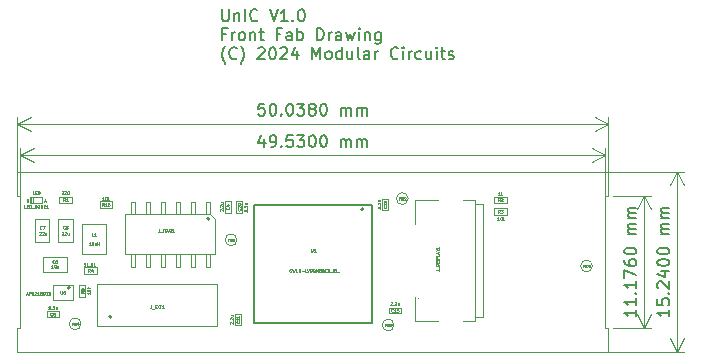
<source format=gbr>
%TF.GenerationSoftware,KiCad,Pcbnew,8.0.1-8.0.1-1~ubuntu22.04.1*%
%TF.CreationDate,2024-05-05T11:37:56-07:00*%
%TF.ProjectId,unic_gw1,756e6963-5f67-4773-912e-6b696361645f,1.0*%
%TF.SameCoordinates,Original*%
%TF.FileFunction,AssemblyDrawing,Top*%
%FSLAX46Y46*%
G04 Gerber Fmt 4.6, Leading zero omitted, Abs format (unit mm)*
G04 Created by KiCad (PCBNEW 8.0.1-8.0.1-1~ubuntu22.04.1) date 2024-05-05 11:37:56*
%MOMM*%
%LPD*%
G01*
G04 APERTURE LIST*
%ADD10C,0.100000*%
%ADD11C,0.150000*%
%ADD12C,0.040000*%
%ADD13C,0.200000*%
%ADD14C,0.127000*%
%ADD15C,0.120711*%
G04 APERTURE END LIST*
D10*
X38542500Y-68290000D02*
X38542500Y-57110000D01*
X88322500Y-68290000D02*
X88322500Y-70320000D01*
X88322500Y-57110000D02*
X88062500Y-57110000D01*
X38282500Y-55080000D02*
X88322500Y-55080000D01*
X88062500Y-68290000D02*
X88322500Y-68290000D01*
X88062500Y-57110000D02*
X88062500Y-68290000D01*
X38542500Y-57110000D02*
X38282500Y-57110000D01*
X38282500Y-70320000D02*
X38282500Y-68290000D01*
X38282500Y-57110000D02*
X38282500Y-55080000D01*
X88322500Y-70320000D02*
X38282500Y-70320000D01*
X38282500Y-68290000D02*
X38542500Y-68290000D01*
X88322500Y-55080000D02*
X88322500Y-57110000D01*
D11*
X55609279Y-41319931D02*
X55609279Y-42129454D01*
X55609279Y-42129454D02*
X55656898Y-42224692D01*
X55656898Y-42224692D02*
X55704517Y-42272312D01*
X55704517Y-42272312D02*
X55799755Y-42319931D01*
X55799755Y-42319931D02*
X55990231Y-42319931D01*
X55990231Y-42319931D02*
X56085469Y-42272312D01*
X56085469Y-42272312D02*
X56133088Y-42224692D01*
X56133088Y-42224692D02*
X56180707Y-42129454D01*
X56180707Y-42129454D02*
X56180707Y-41319931D01*
X56656898Y-41653264D02*
X56656898Y-42319931D01*
X56656898Y-41748502D02*
X56704517Y-41700883D01*
X56704517Y-41700883D02*
X56799755Y-41653264D01*
X56799755Y-41653264D02*
X56942612Y-41653264D01*
X56942612Y-41653264D02*
X57037850Y-41700883D01*
X57037850Y-41700883D02*
X57085469Y-41796121D01*
X57085469Y-41796121D02*
X57085469Y-42319931D01*
X57561660Y-42319931D02*
X57561660Y-41319931D01*
X58609278Y-42224692D02*
X58561659Y-42272312D01*
X58561659Y-42272312D02*
X58418802Y-42319931D01*
X58418802Y-42319931D02*
X58323564Y-42319931D01*
X58323564Y-42319931D02*
X58180707Y-42272312D01*
X58180707Y-42272312D02*
X58085469Y-42177073D01*
X58085469Y-42177073D02*
X58037850Y-42081835D01*
X58037850Y-42081835D02*
X57990231Y-41891359D01*
X57990231Y-41891359D02*
X57990231Y-41748502D01*
X57990231Y-41748502D02*
X58037850Y-41558026D01*
X58037850Y-41558026D02*
X58085469Y-41462788D01*
X58085469Y-41462788D02*
X58180707Y-41367550D01*
X58180707Y-41367550D02*
X58323564Y-41319931D01*
X58323564Y-41319931D02*
X58418802Y-41319931D01*
X58418802Y-41319931D02*
X58561659Y-41367550D01*
X58561659Y-41367550D02*
X58609278Y-41415169D01*
X59656898Y-41319931D02*
X59990231Y-42319931D01*
X59990231Y-42319931D02*
X60323564Y-41319931D01*
X61180707Y-42319931D02*
X60609279Y-42319931D01*
X60894993Y-42319931D02*
X60894993Y-41319931D01*
X60894993Y-41319931D02*
X60799755Y-41462788D01*
X60799755Y-41462788D02*
X60704517Y-41558026D01*
X60704517Y-41558026D02*
X60609279Y-41605645D01*
X61609279Y-42224692D02*
X61656898Y-42272312D01*
X61656898Y-42272312D02*
X61609279Y-42319931D01*
X61609279Y-42319931D02*
X61561660Y-42272312D01*
X61561660Y-42272312D02*
X61609279Y-42224692D01*
X61609279Y-42224692D02*
X61609279Y-42319931D01*
X62275945Y-41319931D02*
X62371183Y-41319931D01*
X62371183Y-41319931D02*
X62466421Y-41367550D01*
X62466421Y-41367550D02*
X62514040Y-41415169D01*
X62514040Y-41415169D02*
X62561659Y-41510407D01*
X62561659Y-41510407D02*
X62609278Y-41700883D01*
X62609278Y-41700883D02*
X62609278Y-41938978D01*
X62609278Y-41938978D02*
X62561659Y-42129454D01*
X62561659Y-42129454D02*
X62514040Y-42224692D01*
X62514040Y-42224692D02*
X62466421Y-42272312D01*
X62466421Y-42272312D02*
X62371183Y-42319931D01*
X62371183Y-42319931D02*
X62275945Y-42319931D01*
X62275945Y-42319931D02*
X62180707Y-42272312D01*
X62180707Y-42272312D02*
X62133088Y-42224692D01*
X62133088Y-42224692D02*
X62085469Y-42129454D01*
X62085469Y-42129454D02*
X62037850Y-41938978D01*
X62037850Y-41938978D02*
X62037850Y-41700883D01*
X62037850Y-41700883D02*
X62085469Y-41510407D01*
X62085469Y-41510407D02*
X62133088Y-41415169D01*
X62133088Y-41415169D02*
X62180707Y-41367550D01*
X62180707Y-41367550D02*
X62275945Y-41319931D01*
X55942612Y-43406065D02*
X55609279Y-43406065D01*
X55609279Y-43929875D02*
X55609279Y-42929875D01*
X55609279Y-42929875D02*
X56085469Y-42929875D01*
X56466422Y-43929875D02*
X56466422Y-43263208D01*
X56466422Y-43453684D02*
X56514041Y-43358446D01*
X56514041Y-43358446D02*
X56561660Y-43310827D01*
X56561660Y-43310827D02*
X56656898Y-43263208D01*
X56656898Y-43263208D02*
X56752136Y-43263208D01*
X57228327Y-43929875D02*
X57133089Y-43882256D01*
X57133089Y-43882256D02*
X57085470Y-43834636D01*
X57085470Y-43834636D02*
X57037851Y-43739398D01*
X57037851Y-43739398D02*
X57037851Y-43453684D01*
X57037851Y-43453684D02*
X57085470Y-43358446D01*
X57085470Y-43358446D02*
X57133089Y-43310827D01*
X57133089Y-43310827D02*
X57228327Y-43263208D01*
X57228327Y-43263208D02*
X57371184Y-43263208D01*
X57371184Y-43263208D02*
X57466422Y-43310827D01*
X57466422Y-43310827D02*
X57514041Y-43358446D01*
X57514041Y-43358446D02*
X57561660Y-43453684D01*
X57561660Y-43453684D02*
X57561660Y-43739398D01*
X57561660Y-43739398D02*
X57514041Y-43834636D01*
X57514041Y-43834636D02*
X57466422Y-43882256D01*
X57466422Y-43882256D02*
X57371184Y-43929875D01*
X57371184Y-43929875D02*
X57228327Y-43929875D01*
X57990232Y-43263208D02*
X57990232Y-43929875D01*
X57990232Y-43358446D02*
X58037851Y-43310827D01*
X58037851Y-43310827D02*
X58133089Y-43263208D01*
X58133089Y-43263208D02*
X58275946Y-43263208D01*
X58275946Y-43263208D02*
X58371184Y-43310827D01*
X58371184Y-43310827D02*
X58418803Y-43406065D01*
X58418803Y-43406065D02*
X58418803Y-43929875D01*
X58752137Y-43263208D02*
X59133089Y-43263208D01*
X58894994Y-42929875D02*
X58894994Y-43787017D01*
X58894994Y-43787017D02*
X58942613Y-43882256D01*
X58942613Y-43882256D02*
X59037851Y-43929875D01*
X59037851Y-43929875D02*
X59133089Y-43929875D01*
X60561661Y-43406065D02*
X60228328Y-43406065D01*
X60228328Y-43929875D02*
X60228328Y-42929875D01*
X60228328Y-42929875D02*
X60704518Y-42929875D01*
X61514042Y-43929875D02*
X61514042Y-43406065D01*
X61514042Y-43406065D02*
X61466423Y-43310827D01*
X61466423Y-43310827D02*
X61371185Y-43263208D01*
X61371185Y-43263208D02*
X61180709Y-43263208D01*
X61180709Y-43263208D02*
X61085471Y-43310827D01*
X61514042Y-43882256D02*
X61418804Y-43929875D01*
X61418804Y-43929875D02*
X61180709Y-43929875D01*
X61180709Y-43929875D02*
X61085471Y-43882256D01*
X61085471Y-43882256D02*
X61037852Y-43787017D01*
X61037852Y-43787017D02*
X61037852Y-43691779D01*
X61037852Y-43691779D02*
X61085471Y-43596541D01*
X61085471Y-43596541D02*
X61180709Y-43548922D01*
X61180709Y-43548922D02*
X61418804Y-43548922D01*
X61418804Y-43548922D02*
X61514042Y-43501303D01*
X61990233Y-43929875D02*
X61990233Y-42929875D01*
X61990233Y-43310827D02*
X62085471Y-43263208D01*
X62085471Y-43263208D02*
X62275947Y-43263208D01*
X62275947Y-43263208D02*
X62371185Y-43310827D01*
X62371185Y-43310827D02*
X62418804Y-43358446D01*
X62418804Y-43358446D02*
X62466423Y-43453684D01*
X62466423Y-43453684D02*
X62466423Y-43739398D01*
X62466423Y-43739398D02*
X62418804Y-43834636D01*
X62418804Y-43834636D02*
X62371185Y-43882256D01*
X62371185Y-43882256D02*
X62275947Y-43929875D01*
X62275947Y-43929875D02*
X62085471Y-43929875D01*
X62085471Y-43929875D02*
X61990233Y-43882256D01*
X63656900Y-43929875D02*
X63656900Y-42929875D01*
X63656900Y-42929875D02*
X63894995Y-42929875D01*
X63894995Y-42929875D02*
X64037852Y-42977494D01*
X64037852Y-42977494D02*
X64133090Y-43072732D01*
X64133090Y-43072732D02*
X64180709Y-43167970D01*
X64180709Y-43167970D02*
X64228328Y-43358446D01*
X64228328Y-43358446D02*
X64228328Y-43501303D01*
X64228328Y-43501303D02*
X64180709Y-43691779D01*
X64180709Y-43691779D02*
X64133090Y-43787017D01*
X64133090Y-43787017D02*
X64037852Y-43882256D01*
X64037852Y-43882256D02*
X63894995Y-43929875D01*
X63894995Y-43929875D02*
X63656900Y-43929875D01*
X64656900Y-43929875D02*
X64656900Y-43263208D01*
X64656900Y-43453684D02*
X64704519Y-43358446D01*
X64704519Y-43358446D02*
X64752138Y-43310827D01*
X64752138Y-43310827D02*
X64847376Y-43263208D01*
X64847376Y-43263208D02*
X64942614Y-43263208D01*
X65704519Y-43929875D02*
X65704519Y-43406065D01*
X65704519Y-43406065D02*
X65656900Y-43310827D01*
X65656900Y-43310827D02*
X65561662Y-43263208D01*
X65561662Y-43263208D02*
X65371186Y-43263208D01*
X65371186Y-43263208D02*
X65275948Y-43310827D01*
X65704519Y-43882256D02*
X65609281Y-43929875D01*
X65609281Y-43929875D02*
X65371186Y-43929875D01*
X65371186Y-43929875D02*
X65275948Y-43882256D01*
X65275948Y-43882256D02*
X65228329Y-43787017D01*
X65228329Y-43787017D02*
X65228329Y-43691779D01*
X65228329Y-43691779D02*
X65275948Y-43596541D01*
X65275948Y-43596541D02*
X65371186Y-43548922D01*
X65371186Y-43548922D02*
X65609281Y-43548922D01*
X65609281Y-43548922D02*
X65704519Y-43501303D01*
X66085472Y-43263208D02*
X66275948Y-43929875D01*
X66275948Y-43929875D02*
X66466424Y-43453684D01*
X66466424Y-43453684D02*
X66656900Y-43929875D01*
X66656900Y-43929875D02*
X66847376Y-43263208D01*
X67228329Y-43929875D02*
X67228329Y-43263208D01*
X67228329Y-42929875D02*
X67180710Y-42977494D01*
X67180710Y-42977494D02*
X67228329Y-43025113D01*
X67228329Y-43025113D02*
X67275948Y-42977494D01*
X67275948Y-42977494D02*
X67228329Y-42929875D01*
X67228329Y-42929875D02*
X67228329Y-43025113D01*
X67704519Y-43263208D02*
X67704519Y-43929875D01*
X67704519Y-43358446D02*
X67752138Y-43310827D01*
X67752138Y-43310827D02*
X67847376Y-43263208D01*
X67847376Y-43263208D02*
X67990233Y-43263208D01*
X67990233Y-43263208D02*
X68085471Y-43310827D01*
X68085471Y-43310827D02*
X68133090Y-43406065D01*
X68133090Y-43406065D02*
X68133090Y-43929875D01*
X69037852Y-43263208D02*
X69037852Y-44072732D01*
X69037852Y-44072732D02*
X68990233Y-44167970D01*
X68990233Y-44167970D02*
X68942614Y-44215589D01*
X68942614Y-44215589D02*
X68847376Y-44263208D01*
X68847376Y-44263208D02*
X68704519Y-44263208D01*
X68704519Y-44263208D02*
X68609281Y-44215589D01*
X69037852Y-43882256D02*
X68942614Y-43929875D01*
X68942614Y-43929875D02*
X68752138Y-43929875D01*
X68752138Y-43929875D02*
X68656900Y-43882256D01*
X68656900Y-43882256D02*
X68609281Y-43834636D01*
X68609281Y-43834636D02*
X68561662Y-43739398D01*
X68561662Y-43739398D02*
X68561662Y-43453684D01*
X68561662Y-43453684D02*
X68609281Y-43358446D01*
X68609281Y-43358446D02*
X68656900Y-43310827D01*
X68656900Y-43310827D02*
X68752138Y-43263208D01*
X68752138Y-43263208D02*
X68942614Y-43263208D01*
X68942614Y-43263208D02*
X69037852Y-43310827D01*
X55894993Y-45920771D02*
X55847374Y-45873152D01*
X55847374Y-45873152D02*
X55752136Y-45730295D01*
X55752136Y-45730295D02*
X55704517Y-45635057D01*
X55704517Y-45635057D02*
X55656898Y-45492200D01*
X55656898Y-45492200D02*
X55609279Y-45254104D01*
X55609279Y-45254104D02*
X55609279Y-45063628D01*
X55609279Y-45063628D02*
X55656898Y-44825533D01*
X55656898Y-44825533D02*
X55704517Y-44682676D01*
X55704517Y-44682676D02*
X55752136Y-44587438D01*
X55752136Y-44587438D02*
X55847374Y-44444580D01*
X55847374Y-44444580D02*
X55894993Y-44396961D01*
X56847374Y-45444580D02*
X56799755Y-45492200D01*
X56799755Y-45492200D02*
X56656898Y-45539819D01*
X56656898Y-45539819D02*
X56561660Y-45539819D01*
X56561660Y-45539819D02*
X56418803Y-45492200D01*
X56418803Y-45492200D02*
X56323565Y-45396961D01*
X56323565Y-45396961D02*
X56275946Y-45301723D01*
X56275946Y-45301723D02*
X56228327Y-45111247D01*
X56228327Y-45111247D02*
X56228327Y-44968390D01*
X56228327Y-44968390D02*
X56275946Y-44777914D01*
X56275946Y-44777914D02*
X56323565Y-44682676D01*
X56323565Y-44682676D02*
X56418803Y-44587438D01*
X56418803Y-44587438D02*
X56561660Y-44539819D01*
X56561660Y-44539819D02*
X56656898Y-44539819D01*
X56656898Y-44539819D02*
X56799755Y-44587438D01*
X56799755Y-44587438D02*
X56847374Y-44635057D01*
X57180708Y-45920771D02*
X57228327Y-45873152D01*
X57228327Y-45873152D02*
X57323565Y-45730295D01*
X57323565Y-45730295D02*
X57371184Y-45635057D01*
X57371184Y-45635057D02*
X57418803Y-45492200D01*
X57418803Y-45492200D02*
X57466422Y-45254104D01*
X57466422Y-45254104D02*
X57466422Y-45063628D01*
X57466422Y-45063628D02*
X57418803Y-44825533D01*
X57418803Y-44825533D02*
X57371184Y-44682676D01*
X57371184Y-44682676D02*
X57323565Y-44587438D01*
X57323565Y-44587438D02*
X57228327Y-44444580D01*
X57228327Y-44444580D02*
X57180708Y-44396961D01*
X58656899Y-44635057D02*
X58704518Y-44587438D01*
X58704518Y-44587438D02*
X58799756Y-44539819D01*
X58799756Y-44539819D02*
X59037851Y-44539819D01*
X59037851Y-44539819D02*
X59133089Y-44587438D01*
X59133089Y-44587438D02*
X59180708Y-44635057D01*
X59180708Y-44635057D02*
X59228327Y-44730295D01*
X59228327Y-44730295D02*
X59228327Y-44825533D01*
X59228327Y-44825533D02*
X59180708Y-44968390D01*
X59180708Y-44968390D02*
X58609280Y-45539819D01*
X58609280Y-45539819D02*
X59228327Y-45539819D01*
X59847375Y-44539819D02*
X59942613Y-44539819D01*
X59942613Y-44539819D02*
X60037851Y-44587438D01*
X60037851Y-44587438D02*
X60085470Y-44635057D01*
X60085470Y-44635057D02*
X60133089Y-44730295D01*
X60133089Y-44730295D02*
X60180708Y-44920771D01*
X60180708Y-44920771D02*
X60180708Y-45158866D01*
X60180708Y-45158866D02*
X60133089Y-45349342D01*
X60133089Y-45349342D02*
X60085470Y-45444580D01*
X60085470Y-45444580D02*
X60037851Y-45492200D01*
X60037851Y-45492200D02*
X59942613Y-45539819D01*
X59942613Y-45539819D02*
X59847375Y-45539819D01*
X59847375Y-45539819D02*
X59752137Y-45492200D01*
X59752137Y-45492200D02*
X59704518Y-45444580D01*
X59704518Y-45444580D02*
X59656899Y-45349342D01*
X59656899Y-45349342D02*
X59609280Y-45158866D01*
X59609280Y-45158866D02*
X59609280Y-44920771D01*
X59609280Y-44920771D02*
X59656899Y-44730295D01*
X59656899Y-44730295D02*
X59704518Y-44635057D01*
X59704518Y-44635057D02*
X59752137Y-44587438D01*
X59752137Y-44587438D02*
X59847375Y-44539819D01*
X60561661Y-44635057D02*
X60609280Y-44587438D01*
X60609280Y-44587438D02*
X60704518Y-44539819D01*
X60704518Y-44539819D02*
X60942613Y-44539819D01*
X60942613Y-44539819D02*
X61037851Y-44587438D01*
X61037851Y-44587438D02*
X61085470Y-44635057D01*
X61085470Y-44635057D02*
X61133089Y-44730295D01*
X61133089Y-44730295D02*
X61133089Y-44825533D01*
X61133089Y-44825533D02*
X61085470Y-44968390D01*
X61085470Y-44968390D02*
X60514042Y-45539819D01*
X60514042Y-45539819D02*
X61133089Y-45539819D01*
X61990232Y-44873152D02*
X61990232Y-45539819D01*
X61752137Y-44492200D02*
X61514042Y-45206485D01*
X61514042Y-45206485D02*
X62133089Y-45206485D01*
X63275947Y-45539819D02*
X63275947Y-44539819D01*
X63275947Y-44539819D02*
X63609280Y-45254104D01*
X63609280Y-45254104D02*
X63942613Y-44539819D01*
X63942613Y-44539819D02*
X63942613Y-45539819D01*
X64561661Y-45539819D02*
X64466423Y-45492200D01*
X64466423Y-45492200D02*
X64418804Y-45444580D01*
X64418804Y-45444580D02*
X64371185Y-45349342D01*
X64371185Y-45349342D02*
X64371185Y-45063628D01*
X64371185Y-45063628D02*
X64418804Y-44968390D01*
X64418804Y-44968390D02*
X64466423Y-44920771D01*
X64466423Y-44920771D02*
X64561661Y-44873152D01*
X64561661Y-44873152D02*
X64704518Y-44873152D01*
X64704518Y-44873152D02*
X64799756Y-44920771D01*
X64799756Y-44920771D02*
X64847375Y-44968390D01*
X64847375Y-44968390D02*
X64894994Y-45063628D01*
X64894994Y-45063628D02*
X64894994Y-45349342D01*
X64894994Y-45349342D02*
X64847375Y-45444580D01*
X64847375Y-45444580D02*
X64799756Y-45492200D01*
X64799756Y-45492200D02*
X64704518Y-45539819D01*
X64704518Y-45539819D02*
X64561661Y-45539819D01*
X65752137Y-45539819D02*
X65752137Y-44539819D01*
X65752137Y-45492200D02*
X65656899Y-45539819D01*
X65656899Y-45539819D02*
X65466423Y-45539819D01*
X65466423Y-45539819D02*
X65371185Y-45492200D01*
X65371185Y-45492200D02*
X65323566Y-45444580D01*
X65323566Y-45444580D02*
X65275947Y-45349342D01*
X65275947Y-45349342D02*
X65275947Y-45063628D01*
X65275947Y-45063628D02*
X65323566Y-44968390D01*
X65323566Y-44968390D02*
X65371185Y-44920771D01*
X65371185Y-44920771D02*
X65466423Y-44873152D01*
X65466423Y-44873152D02*
X65656899Y-44873152D01*
X65656899Y-44873152D02*
X65752137Y-44920771D01*
X66656899Y-44873152D02*
X66656899Y-45539819D01*
X66228328Y-44873152D02*
X66228328Y-45396961D01*
X66228328Y-45396961D02*
X66275947Y-45492200D01*
X66275947Y-45492200D02*
X66371185Y-45539819D01*
X66371185Y-45539819D02*
X66514042Y-45539819D01*
X66514042Y-45539819D02*
X66609280Y-45492200D01*
X66609280Y-45492200D02*
X66656899Y-45444580D01*
X67275947Y-45539819D02*
X67180709Y-45492200D01*
X67180709Y-45492200D02*
X67133090Y-45396961D01*
X67133090Y-45396961D02*
X67133090Y-44539819D01*
X68085471Y-45539819D02*
X68085471Y-45016009D01*
X68085471Y-45016009D02*
X68037852Y-44920771D01*
X68037852Y-44920771D02*
X67942614Y-44873152D01*
X67942614Y-44873152D02*
X67752138Y-44873152D01*
X67752138Y-44873152D02*
X67656900Y-44920771D01*
X68085471Y-45492200D02*
X67990233Y-45539819D01*
X67990233Y-45539819D02*
X67752138Y-45539819D01*
X67752138Y-45539819D02*
X67656900Y-45492200D01*
X67656900Y-45492200D02*
X67609281Y-45396961D01*
X67609281Y-45396961D02*
X67609281Y-45301723D01*
X67609281Y-45301723D02*
X67656900Y-45206485D01*
X67656900Y-45206485D02*
X67752138Y-45158866D01*
X67752138Y-45158866D02*
X67990233Y-45158866D01*
X67990233Y-45158866D02*
X68085471Y-45111247D01*
X68561662Y-45539819D02*
X68561662Y-44873152D01*
X68561662Y-45063628D02*
X68609281Y-44968390D01*
X68609281Y-44968390D02*
X68656900Y-44920771D01*
X68656900Y-44920771D02*
X68752138Y-44873152D01*
X68752138Y-44873152D02*
X68847376Y-44873152D01*
X70514043Y-45444580D02*
X70466424Y-45492200D01*
X70466424Y-45492200D02*
X70323567Y-45539819D01*
X70323567Y-45539819D02*
X70228329Y-45539819D01*
X70228329Y-45539819D02*
X70085472Y-45492200D01*
X70085472Y-45492200D02*
X69990234Y-45396961D01*
X69990234Y-45396961D02*
X69942615Y-45301723D01*
X69942615Y-45301723D02*
X69894996Y-45111247D01*
X69894996Y-45111247D02*
X69894996Y-44968390D01*
X69894996Y-44968390D02*
X69942615Y-44777914D01*
X69942615Y-44777914D02*
X69990234Y-44682676D01*
X69990234Y-44682676D02*
X70085472Y-44587438D01*
X70085472Y-44587438D02*
X70228329Y-44539819D01*
X70228329Y-44539819D02*
X70323567Y-44539819D01*
X70323567Y-44539819D02*
X70466424Y-44587438D01*
X70466424Y-44587438D02*
X70514043Y-44635057D01*
X70942615Y-45539819D02*
X70942615Y-44873152D01*
X70942615Y-44539819D02*
X70894996Y-44587438D01*
X70894996Y-44587438D02*
X70942615Y-44635057D01*
X70942615Y-44635057D02*
X70990234Y-44587438D01*
X70990234Y-44587438D02*
X70942615Y-44539819D01*
X70942615Y-44539819D02*
X70942615Y-44635057D01*
X71418805Y-45539819D02*
X71418805Y-44873152D01*
X71418805Y-45063628D02*
X71466424Y-44968390D01*
X71466424Y-44968390D02*
X71514043Y-44920771D01*
X71514043Y-44920771D02*
X71609281Y-44873152D01*
X71609281Y-44873152D02*
X71704519Y-44873152D01*
X72466424Y-45492200D02*
X72371186Y-45539819D01*
X72371186Y-45539819D02*
X72180710Y-45539819D01*
X72180710Y-45539819D02*
X72085472Y-45492200D01*
X72085472Y-45492200D02*
X72037853Y-45444580D01*
X72037853Y-45444580D02*
X71990234Y-45349342D01*
X71990234Y-45349342D02*
X71990234Y-45063628D01*
X71990234Y-45063628D02*
X72037853Y-44968390D01*
X72037853Y-44968390D02*
X72085472Y-44920771D01*
X72085472Y-44920771D02*
X72180710Y-44873152D01*
X72180710Y-44873152D02*
X72371186Y-44873152D01*
X72371186Y-44873152D02*
X72466424Y-44920771D01*
X73323567Y-44873152D02*
X73323567Y-45539819D01*
X72894996Y-44873152D02*
X72894996Y-45396961D01*
X72894996Y-45396961D02*
X72942615Y-45492200D01*
X72942615Y-45492200D02*
X73037853Y-45539819D01*
X73037853Y-45539819D02*
X73180710Y-45539819D01*
X73180710Y-45539819D02*
X73275948Y-45492200D01*
X73275948Y-45492200D02*
X73323567Y-45444580D01*
X73799758Y-45539819D02*
X73799758Y-44873152D01*
X73799758Y-44539819D02*
X73752139Y-44587438D01*
X73752139Y-44587438D02*
X73799758Y-44635057D01*
X73799758Y-44635057D02*
X73847377Y-44587438D01*
X73847377Y-44587438D02*
X73799758Y-44539819D01*
X73799758Y-44539819D02*
X73799758Y-44635057D01*
X74133091Y-44873152D02*
X74514043Y-44873152D01*
X74275948Y-44539819D02*
X74275948Y-45396961D01*
X74275948Y-45396961D02*
X74323567Y-45492200D01*
X74323567Y-45492200D02*
X74418805Y-45539819D01*
X74418805Y-45539819D02*
X74514043Y-45539819D01*
X74799758Y-45492200D02*
X74894996Y-45539819D01*
X74894996Y-45539819D02*
X75085472Y-45539819D01*
X75085472Y-45539819D02*
X75180710Y-45492200D01*
X75180710Y-45492200D02*
X75228329Y-45396961D01*
X75228329Y-45396961D02*
X75228329Y-45349342D01*
X75228329Y-45349342D02*
X75180710Y-45254104D01*
X75180710Y-45254104D02*
X75085472Y-45206485D01*
X75085472Y-45206485D02*
X74942615Y-45206485D01*
X74942615Y-45206485D02*
X74847377Y-45158866D01*
X74847377Y-45158866D02*
X74799758Y-45063628D01*
X74799758Y-45063628D02*
X74799758Y-45016009D01*
X74799758Y-45016009D02*
X74847377Y-44920771D01*
X74847377Y-44920771D02*
X74942615Y-44873152D01*
X74942615Y-44873152D02*
X75085472Y-44873152D01*
X75085472Y-44873152D02*
X75180710Y-44920771D01*
D12*
X39063338Y-57617324D02*
X39063338Y-57367324D01*
X39206195Y-57617324D02*
X39099053Y-57474467D01*
X39206195Y-57367324D02*
X39063338Y-57510181D01*
X40551434Y-57545896D02*
X40670481Y-57545896D01*
X40527624Y-57617324D02*
X40610957Y-57367324D01*
X40610957Y-57367324D02*
X40694291Y-57617324D01*
D11*
X90674319Y-66747618D02*
X90674319Y-67319046D01*
X90674319Y-67033332D02*
X89674319Y-67033332D01*
X89674319Y-67033332D02*
X89817176Y-67128570D01*
X89817176Y-67128570D02*
X89912414Y-67223808D01*
X89912414Y-67223808D02*
X89960033Y-67319046D01*
X90674319Y-65795237D02*
X90674319Y-66366665D01*
X90674319Y-66080951D02*
X89674319Y-66080951D01*
X89674319Y-66080951D02*
X89817176Y-66176189D01*
X89817176Y-66176189D02*
X89912414Y-66271427D01*
X89912414Y-66271427D02*
X89960033Y-66366665D01*
X90579080Y-65366665D02*
X90626700Y-65319046D01*
X90626700Y-65319046D02*
X90674319Y-65366665D01*
X90674319Y-65366665D02*
X90626700Y-65414284D01*
X90626700Y-65414284D02*
X90579080Y-65366665D01*
X90579080Y-65366665D02*
X90674319Y-65366665D01*
X90674319Y-64366666D02*
X90674319Y-64938094D01*
X90674319Y-64652380D02*
X89674319Y-64652380D01*
X89674319Y-64652380D02*
X89817176Y-64747618D01*
X89817176Y-64747618D02*
X89912414Y-64842856D01*
X89912414Y-64842856D02*
X89960033Y-64938094D01*
X89674319Y-64033332D02*
X89674319Y-63366666D01*
X89674319Y-63366666D02*
X90674319Y-63795237D01*
X89674319Y-62557142D02*
X89674319Y-62747618D01*
X89674319Y-62747618D02*
X89721938Y-62842856D01*
X89721938Y-62842856D02*
X89769557Y-62890475D01*
X89769557Y-62890475D02*
X89912414Y-62985713D01*
X89912414Y-62985713D02*
X90102890Y-63033332D01*
X90102890Y-63033332D02*
X90483842Y-63033332D01*
X90483842Y-63033332D02*
X90579080Y-62985713D01*
X90579080Y-62985713D02*
X90626700Y-62938094D01*
X90626700Y-62938094D02*
X90674319Y-62842856D01*
X90674319Y-62842856D02*
X90674319Y-62652380D01*
X90674319Y-62652380D02*
X90626700Y-62557142D01*
X90626700Y-62557142D02*
X90579080Y-62509523D01*
X90579080Y-62509523D02*
X90483842Y-62461904D01*
X90483842Y-62461904D02*
X90245747Y-62461904D01*
X90245747Y-62461904D02*
X90150509Y-62509523D01*
X90150509Y-62509523D02*
X90102890Y-62557142D01*
X90102890Y-62557142D02*
X90055271Y-62652380D01*
X90055271Y-62652380D02*
X90055271Y-62842856D01*
X90055271Y-62842856D02*
X90102890Y-62938094D01*
X90102890Y-62938094D02*
X90150509Y-62985713D01*
X90150509Y-62985713D02*
X90245747Y-63033332D01*
X89674319Y-61842856D02*
X89674319Y-61747618D01*
X89674319Y-61747618D02*
X89721938Y-61652380D01*
X89721938Y-61652380D02*
X89769557Y-61604761D01*
X89769557Y-61604761D02*
X89864795Y-61557142D01*
X89864795Y-61557142D02*
X90055271Y-61509523D01*
X90055271Y-61509523D02*
X90293366Y-61509523D01*
X90293366Y-61509523D02*
X90483842Y-61557142D01*
X90483842Y-61557142D02*
X90579080Y-61604761D01*
X90579080Y-61604761D02*
X90626700Y-61652380D01*
X90626700Y-61652380D02*
X90674319Y-61747618D01*
X90674319Y-61747618D02*
X90674319Y-61842856D01*
X90674319Y-61842856D02*
X90626700Y-61938094D01*
X90626700Y-61938094D02*
X90579080Y-61985713D01*
X90579080Y-61985713D02*
X90483842Y-62033332D01*
X90483842Y-62033332D02*
X90293366Y-62080951D01*
X90293366Y-62080951D02*
X90055271Y-62080951D01*
X90055271Y-62080951D02*
X89864795Y-62033332D01*
X89864795Y-62033332D02*
X89769557Y-61985713D01*
X89769557Y-61985713D02*
X89721938Y-61938094D01*
X89721938Y-61938094D02*
X89674319Y-61842856D01*
X90674319Y-60319046D02*
X90007652Y-60319046D01*
X90102890Y-60319046D02*
X90055271Y-60271427D01*
X90055271Y-60271427D02*
X90007652Y-60176189D01*
X90007652Y-60176189D02*
X90007652Y-60033332D01*
X90007652Y-60033332D02*
X90055271Y-59938094D01*
X90055271Y-59938094D02*
X90150509Y-59890475D01*
X90150509Y-59890475D02*
X90674319Y-59890475D01*
X90150509Y-59890475D02*
X90055271Y-59842856D01*
X90055271Y-59842856D02*
X90007652Y-59747618D01*
X90007652Y-59747618D02*
X90007652Y-59604761D01*
X90007652Y-59604761D02*
X90055271Y-59509522D01*
X90055271Y-59509522D02*
X90150509Y-59461903D01*
X90150509Y-59461903D02*
X90674319Y-59461903D01*
X90674319Y-58985713D02*
X90007652Y-58985713D01*
X90102890Y-58985713D02*
X90055271Y-58938094D01*
X90055271Y-58938094D02*
X90007652Y-58842856D01*
X90007652Y-58842856D02*
X90007652Y-58699999D01*
X90007652Y-58699999D02*
X90055271Y-58604761D01*
X90055271Y-58604761D02*
X90150509Y-58557142D01*
X90150509Y-58557142D02*
X90674319Y-58557142D01*
X90150509Y-58557142D02*
X90055271Y-58509523D01*
X90055271Y-58509523D02*
X90007652Y-58414285D01*
X90007652Y-58414285D02*
X90007652Y-58271428D01*
X90007652Y-58271428D02*
X90055271Y-58176189D01*
X90055271Y-58176189D02*
X90150509Y-58128570D01*
X90150509Y-58128570D02*
X90674319Y-58128570D01*
D10*
X88694500Y-68288000D02*
X91955920Y-68288000D01*
X88694500Y-57112000D02*
X91955920Y-57112000D01*
X91369500Y-68288000D02*
X91369500Y-57112000D01*
X91369500Y-68288000D02*
X91369500Y-57112000D01*
X91369500Y-68288000D02*
X90783079Y-67161496D01*
X91369500Y-68288000D02*
X91955921Y-67161496D01*
X91369500Y-57112000D02*
X91955921Y-58238504D01*
X91369500Y-57112000D02*
X90783079Y-58238504D01*
D11*
X93468319Y-66747618D02*
X93468319Y-67319046D01*
X93468319Y-67033332D02*
X92468319Y-67033332D01*
X92468319Y-67033332D02*
X92611176Y-67128570D01*
X92611176Y-67128570D02*
X92706414Y-67223808D01*
X92706414Y-67223808D02*
X92754033Y-67319046D01*
X92468319Y-65842856D02*
X92468319Y-66319046D01*
X92468319Y-66319046D02*
X92944509Y-66366665D01*
X92944509Y-66366665D02*
X92896890Y-66319046D01*
X92896890Y-66319046D02*
X92849271Y-66223808D01*
X92849271Y-66223808D02*
X92849271Y-65985713D01*
X92849271Y-65985713D02*
X92896890Y-65890475D01*
X92896890Y-65890475D02*
X92944509Y-65842856D01*
X92944509Y-65842856D02*
X93039747Y-65795237D01*
X93039747Y-65795237D02*
X93277842Y-65795237D01*
X93277842Y-65795237D02*
X93373080Y-65842856D01*
X93373080Y-65842856D02*
X93420700Y-65890475D01*
X93420700Y-65890475D02*
X93468319Y-65985713D01*
X93468319Y-65985713D02*
X93468319Y-66223808D01*
X93468319Y-66223808D02*
X93420700Y-66319046D01*
X93420700Y-66319046D02*
X93373080Y-66366665D01*
X93373080Y-65366665D02*
X93420700Y-65319046D01*
X93420700Y-65319046D02*
X93468319Y-65366665D01*
X93468319Y-65366665D02*
X93420700Y-65414284D01*
X93420700Y-65414284D02*
X93373080Y-65366665D01*
X93373080Y-65366665D02*
X93468319Y-65366665D01*
X92563557Y-64938094D02*
X92515938Y-64890475D01*
X92515938Y-64890475D02*
X92468319Y-64795237D01*
X92468319Y-64795237D02*
X92468319Y-64557142D01*
X92468319Y-64557142D02*
X92515938Y-64461904D01*
X92515938Y-64461904D02*
X92563557Y-64414285D01*
X92563557Y-64414285D02*
X92658795Y-64366666D01*
X92658795Y-64366666D02*
X92754033Y-64366666D01*
X92754033Y-64366666D02*
X92896890Y-64414285D01*
X92896890Y-64414285D02*
X93468319Y-64985713D01*
X93468319Y-64985713D02*
X93468319Y-64366666D01*
X92801652Y-63509523D02*
X93468319Y-63509523D01*
X92420700Y-63747618D02*
X93134985Y-63985713D01*
X93134985Y-63985713D02*
X93134985Y-63366666D01*
X92468319Y-62795237D02*
X92468319Y-62699999D01*
X92468319Y-62699999D02*
X92515938Y-62604761D01*
X92515938Y-62604761D02*
X92563557Y-62557142D01*
X92563557Y-62557142D02*
X92658795Y-62509523D01*
X92658795Y-62509523D02*
X92849271Y-62461904D01*
X92849271Y-62461904D02*
X93087366Y-62461904D01*
X93087366Y-62461904D02*
X93277842Y-62509523D01*
X93277842Y-62509523D02*
X93373080Y-62557142D01*
X93373080Y-62557142D02*
X93420700Y-62604761D01*
X93420700Y-62604761D02*
X93468319Y-62699999D01*
X93468319Y-62699999D02*
X93468319Y-62795237D01*
X93468319Y-62795237D02*
X93420700Y-62890475D01*
X93420700Y-62890475D02*
X93373080Y-62938094D01*
X93373080Y-62938094D02*
X93277842Y-62985713D01*
X93277842Y-62985713D02*
X93087366Y-63033332D01*
X93087366Y-63033332D02*
X92849271Y-63033332D01*
X92849271Y-63033332D02*
X92658795Y-62985713D01*
X92658795Y-62985713D02*
X92563557Y-62938094D01*
X92563557Y-62938094D02*
X92515938Y-62890475D01*
X92515938Y-62890475D02*
X92468319Y-62795237D01*
X92468319Y-61842856D02*
X92468319Y-61747618D01*
X92468319Y-61747618D02*
X92515938Y-61652380D01*
X92515938Y-61652380D02*
X92563557Y-61604761D01*
X92563557Y-61604761D02*
X92658795Y-61557142D01*
X92658795Y-61557142D02*
X92849271Y-61509523D01*
X92849271Y-61509523D02*
X93087366Y-61509523D01*
X93087366Y-61509523D02*
X93277842Y-61557142D01*
X93277842Y-61557142D02*
X93373080Y-61604761D01*
X93373080Y-61604761D02*
X93420700Y-61652380D01*
X93420700Y-61652380D02*
X93468319Y-61747618D01*
X93468319Y-61747618D02*
X93468319Y-61842856D01*
X93468319Y-61842856D02*
X93420700Y-61938094D01*
X93420700Y-61938094D02*
X93373080Y-61985713D01*
X93373080Y-61985713D02*
X93277842Y-62033332D01*
X93277842Y-62033332D02*
X93087366Y-62080951D01*
X93087366Y-62080951D02*
X92849271Y-62080951D01*
X92849271Y-62080951D02*
X92658795Y-62033332D01*
X92658795Y-62033332D02*
X92563557Y-61985713D01*
X92563557Y-61985713D02*
X92515938Y-61938094D01*
X92515938Y-61938094D02*
X92468319Y-61842856D01*
X93468319Y-60319046D02*
X92801652Y-60319046D01*
X92896890Y-60319046D02*
X92849271Y-60271427D01*
X92849271Y-60271427D02*
X92801652Y-60176189D01*
X92801652Y-60176189D02*
X92801652Y-60033332D01*
X92801652Y-60033332D02*
X92849271Y-59938094D01*
X92849271Y-59938094D02*
X92944509Y-59890475D01*
X92944509Y-59890475D02*
X93468319Y-59890475D01*
X92944509Y-59890475D02*
X92849271Y-59842856D01*
X92849271Y-59842856D02*
X92801652Y-59747618D01*
X92801652Y-59747618D02*
X92801652Y-59604761D01*
X92801652Y-59604761D02*
X92849271Y-59509522D01*
X92849271Y-59509522D02*
X92944509Y-59461903D01*
X92944509Y-59461903D02*
X93468319Y-59461903D01*
X93468319Y-58985713D02*
X92801652Y-58985713D01*
X92896890Y-58985713D02*
X92849271Y-58938094D01*
X92849271Y-58938094D02*
X92801652Y-58842856D01*
X92801652Y-58842856D02*
X92801652Y-58699999D01*
X92801652Y-58699999D02*
X92849271Y-58604761D01*
X92849271Y-58604761D02*
X92944509Y-58557142D01*
X92944509Y-58557142D02*
X93468319Y-58557142D01*
X92944509Y-58557142D02*
X92849271Y-58509523D01*
X92849271Y-58509523D02*
X92801652Y-58414285D01*
X92801652Y-58414285D02*
X92801652Y-58271428D01*
X92801652Y-58271428D02*
X92849271Y-58176189D01*
X92849271Y-58176189D02*
X92944509Y-58128570D01*
X92944509Y-58128570D02*
X93468319Y-58128570D01*
D10*
X86789500Y-70320000D02*
X94749920Y-70320000D01*
X86789500Y-55080000D02*
X94749920Y-55080000D01*
X94163500Y-70320000D02*
X94163500Y-55080000D01*
X94163500Y-70320000D02*
X94163500Y-55080000D01*
X94163500Y-70320000D02*
X93577079Y-69193496D01*
X94163500Y-70320000D02*
X94749921Y-69193496D01*
X94163500Y-55080000D02*
X94749921Y-56206504D01*
X94163500Y-55080000D02*
X93577079Y-56206504D01*
D11*
X59207262Y-49320819D02*
X58731072Y-49320819D01*
X58731072Y-49320819D02*
X58683453Y-49797009D01*
X58683453Y-49797009D02*
X58731072Y-49749390D01*
X58731072Y-49749390D02*
X58826310Y-49701771D01*
X58826310Y-49701771D02*
X59064405Y-49701771D01*
X59064405Y-49701771D02*
X59159643Y-49749390D01*
X59159643Y-49749390D02*
X59207262Y-49797009D01*
X59207262Y-49797009D02*
X59254881Y-49892247D01*
X59254881Y-49892247D02*
X59254881Y-50130342D01*
X59254881Y-50130342D02*
X59207262Y-50225580D01*
X59207262Y-50225580D02*
X59159643Y-50273200D01*
X59159643Y-50273200D02*
X59064405Y-50320819D01*
X59064405Y-50320819D02*
X58826310Y-50320819D01*
X58826310Y-50320819D02*
X58731072Y-50273200D01*
X58731072Y-50273200D02*
X58683453Y-50225580D01*
X59873929Y-49320819D02*
X59969167Y-49320819D01*
X59969167Y-49320819D02*
X60064405Y-49368438D01*
X60064405Y-49368438D02*
X60112024Y-49416057D01*
X60112024Y-49416057D02*
X60159643Y-49511295D01*
X60159643Y-49511295D02*
X60207262Y-49701771D01*
X60207262Y-49701771D02*
X60207262Y-49939866D01*
X60207262Y-49939866D02*
X60159643Y-50130342D01*
X60159643Y-50130342D02*
X60112024Y-50225580D01*
X60112024Y-50225580D02*
X60064405Y-50273200D01*
X60064405Y-50273200D02*
X59969167Y-50320819D01*
X59969167Y-50320819D02*
X59873929Y-50320819D01*
X59873929Y-50320819D02*
X59778691Y-50273200D01*
X59778691Y-50273200D02*
X59731072Y-50225580D01*
X59731072Y-50225580D02*
X59683453Y-50130342D01*
X59683453Y-50130342D02*
X59635834Y-49939866D01*
X59635834Y-49939866D02*
X59635834Y-49701771D01*
X59635834Y-49701771D02*
X59683453Y-49511295D01*
X59683453Y-49511295D02*
X59731072Y-49416057D01*
X59731072Y-49416057D02*
X59778691Y-49368438D01*
X59778691Y-49368438D02*
X59873929Y-49320819D01*
X60635834Y-50225580D02*
X60683453Y-50273200D01*
X60683453Y-50273200D02*
X60635834Y-50320819D01*
X60635834Y-50320819D02*
X60588215Y-50273200D01*
X60588215Y-50273200D02*
X60635834Y-50225580D01*
X60635834Y-50225580D02*
X60635834Y-50320819D01*
X61302500Y-49320819D02*
X61397738Y-49320819D01*
X61397738Y-49320819D02*
X61492976Y-49368438D01*
X61492976Y-49368438D02*
X61540595Y-49416057D01*
X61540595Y-49416057D02*
X61588214Y-49511295D01*
X61588214Y-49511295D02*
X61635833Y-49701771D01*
X61635833Y-49701771D02*
X61635833Y-49939866D01*
X61635833Y-49939866D02*
X61588214Y-50130342D01*
X61588214Y-50130342D02*
X61540595Y-50225580D01*
X61540595Y-50225580D02*
X61492976Y-50273200D01*
X61492976Y-50273200D02*
X61397738Y-50320819D01*
X61397738Y-50320819D02*
X61302500Y-50320819D01*
X61302500Y-50320819D02*
X61207262Y-50273200D01*
X61207262Y-50273200D02*
X61159643Y-50225580D01*
X61159643Y-50225580D02*
X61112024Y-50130342D01*
X61112024Y-50130342D02*
X61064405Y-49939866D01*
X61064405Y-49939866D02*
X61064405Y-49701771D01*
X61064405Y-49701771D02*
X61112024Y-49511295D01*
X61112024Y-49511295D02*
X61159643Y-49416057D01*
X61159643Y-49416057D02*
X61207262Y-49368438D01*
X61207262Y-49368438D02*
X61302500Y-49320819D01*
X61969167Y-49320819D02*
X62588214Y-49320819D01*
X62588214Y-49320819D02*
X62254881Y-49701771D01*
X62254881Y-49701771D02*
X62397738Y-49701771D01*
X62397738Y-49701771D02*
X62492976Y-49749390D01*
X62492976Y-49749390D02*
X62540595Y-49797009D01*
X62540595Y-49797009D02*
X62588214Y-49892247D01*
X62588214Y-49892247D02*
X62588214Y-50130342D01*
X62588214Y-50130342D02*
X62540595Y-50225580D01*
X62540595Y-50225580D02*
X62492976Y-50273200D01*
X62492976Y-50273200D02*
X62397738Y-50320819D01*
X62397738Y-50320819D02*
X62112024Y-50320819D01*
X62112024Y-50320819D02*
X62016786Y-50273200D01*
X62016786Y-50273200D02*
X61969167Y-50225580D01*
X63159643Y-49749390D02*
X63064405Y-49701771D01*
X63064405Y-49701771D02*
X63016786Y-49654152D01*
X63016786Y-49654152D02*
X62969167Y-49558914D01*
X62969167Y-49558914D02*
X62969167Y-49511295D01*
X62969167Y-49511295D02*
X63016786Y-49416057D01*
X63016786Y-49416057D02*
X63064405Y-49368438D01*
X63064405Y-49368438D02*
X63159643Y-49320819D01*
X63159643Y-49320819D02*
X63350119Y-49320819D01*
X63350119Y-49320819D02*
X63445357Y-49368438D01*
X63445357Y-49368438D02*
X63492976Y-49416057D01*
X63492976Y-49416057D02*
X63540595Y-49511295D01*
X63540595Y-49511295D02*
X63540595Y-49558914D01*
X63540595Y-49558914D02*
X63492976Y-49654152D01*
X63492976Y-49654152D02*
X63445357Y-49701771D01*
X63445357Y-49701771D02*
X63350119Y-49749390D01*
X63350119Y-49749390D02*
X63159643Y-49749390D01*
X63159643Y-49749390D02*
X63064405Y-49797009D01*
X63064405Y-49797009D02*
X63016786Y-49844628D01*
X63016786Y-49844628D02*
X62969167Y-49939866D01*
X62969167Y-49939866D02*
X62969167Y-50130342D01*
X62969167Y-50130342D02*
X63016786Y-50225580D01*
X63016786Y-50225580D02*
X63064405Y-50273200D01*
X63064405Y-50273200D02*
X63159643Y-50320819D01*
X63159643Y-50320819D02*
X63350119Y-50320819D01*
X63350119Y-50320819D02*
X63445357Y-50273200D01*
X63445357Y-50273200D02*
X63492976Y-50225580D01*
X63492976Y-50225580D02*
X63540595Y-50130342D01*
X63540595Y-50130342D02*
X63540595Y-49939866D01*
X63540595Y-49939866D02*
X63492976Y-49844628D01*
X63492976Y-49844628D02*
X63445357Y-49797009D01*
X63445357Y-49797009D02*
X63350119Y-49749390D01*
X64159643Y-49320819D02*
X64254881Y-49320819D01*
X64254881Y-49320819D02*
X64350119Y-49368438D01*
X64350119Y-49368438D02*
X64397738Y-49416057D01*
X64397738Y-49416057D02*
X64445357Y-49511295D01*
X64445357Y-49511295D02*
X64492976Y-49701771D01*
X64492976Y-49701771D02*
X64492976Y-49939866D01*
X64492976Y-49939866D02*
X64445357Y-50130342D01*
X64445357Y-50130342D02*
X64397738Y-50225580D01*
X64397738Y-50225580D02*
X64350119Y-50273200D01*
X64350119Y-50273200D02*
X64254881Y-50320819D01*
X64254881Y-50320819D02*
X64159643Y-50320819D01*
X64159643Y-50320819D02*
X64064405Y-50273200D01*
X64064405Y-50273200D02*
X64016786Y-50225580D01*
X64016786Y-50225580D02*
X63969167Y-50130342D01*
X63969167Y-50130342D02*
X63921548Y-49939866D01*
X63921548Y-49939866D02*
X63921548Y-49701771D01*
X63921548Y-49701771D02*
X63969167Y-49511295D01*
X63969167Y-49511295D02*
X64016786Y-49416057D01*
X64016786Y-49416057D02*
X64064405Y-49368438D01*
X64064405Y-49368438D02*
X64159643Y-49320819D01*
X65683453Y-50320819D02*
X65683453Y-49654152D01*
X65683453Y-49749390D02*
X65731072Y-49701771D01*
X65731072Y-49701771D02*
X65826310Y-49654152D01*
X65826310Y-49654152D02*
X65969167Y-49654152D01*
X65969167Y-49654152D02*
X66064405Y-49701771D01*
X66064405Y-49701771D02*
X66112024Y-49797009D01*
X66112024Y-49797009D02*
X66112024Y-50320819D01*
X66112024Y-49797009D02*
X66159643Y-49701771D01*
X66159643Y-49701771D02*
X66254881Y-49654152D01*
X66254881Y-49654152D02*
X66397738Y-49654152D01*
X66397738Y-49654152D02*
X66492977Y-49701771D01*
X66492977Y-49701771D02*
X66540596Y-49797009D01*
X66540596Y-49797009D02*
X66540596Y-50320819D01*
X67016786Y-50320819D02*
X67016786Y-49654152D01*
X67016786Y-49749390D02*
X67064405Y-49701771D01*
X67064405Y-49701771D02*
X67159643Y-49654152D01*
X67159643Y-49654152D02*
X67302500Y-49654152D01*
X67302500Y-49654152D02*
X67397738Y-49701771D01*
X67397738Y-49701771D02*
X67445357Y-49797009D01*
X67445357Y-49797009D02*
X67445357Y-50320819D01*
X67445357Y-49797009D02*
X67492976Y-49701771D01*
X67492976Y-49701771D02*
X67588214Y-49654152D01*
X67588214Y-49654152D02*
X67731071Y-49654152D01*
X67731071Y-49654152D02*
X67826310Y-49701771D01*
X67826310Y-49701771D02*
X67873929Y-49797009D01*
X67873929Y-49797009D02*
X67873929Y-50320819D01*
D10*
X38283500Y-55596000D02*
X38283500Y-50429580D01*
X88321500Y-55596000D02*
X88321500Y-50429580D01*
X38283500Y-51016000D02*
X88321500Y-51016000D01*
X38283500Y-51016000D02*
X88321500Y-51016000D01*
X38283500Y-51016000D02*
X39410004Y-50429579D01*
X38283500Y-51016000D02*
X39410004Y-51602421D01*
X88321500Y-51016000D02*
X87194996Y-51602421D01*
X88321500Y-51016000D02*
X87194996Y-50429579D01*
D11*
X59159643Y-52310310D02*
X59159643Y-52976977D01*
X58921548Y-51929358D02*
X58683453Y-52643643D01*
X58683453Y-52643643D02*
X59302500Y-52643643D01*
X59731072Y-52976977D02*
X59921548Y-52976977D01*
X59921548Y-52976977D02*
X60016786Y-52929358D01*
X60016786Y-52929358D02*
X60064405Y-52881738D01*
X60064405Y-52881738D02*
X60159643Y-52738881D01*
X60159643Y-52738881D02*
X60207262Y-52548405D01*
X60207262Y-52548405D02*
X60207262Y-52167453D01*
X60207262Y-52167453D02*
X60159643Y-52072215D01*
X60159643Y-52072215D02*
X60112024Y-52024596D01*
X60112024Y-52024596D02*
X60016786Y-51976977D01*
X60016786Y-51976977D02*
X59826310Y-51976977D01*
X59826310Y-51976977D02*
X59731072Y-52024596D01*
X59731072Y-52024596D02*
X59683453Y-52072215D01*
X59683453Y-52072215D02*
X59635834Y-52167453D01*
X59635834Y-52167453D02*
X59635834Y-52405548D01*
X59635834Y-52405548D02*
X59683453Y-52500786D01*
X59683453Y-52500786D02*
X59731072Y-52548405D01*
X59731072Y-52548405D02*
X59826310Y-52596024D01*
X59826310Y-52596024D02*
X60016786Y-52596024D01*
X60016786Y-52596024D02*
X60112024Y-52548405D01*
X60112024Y-52548405D02*
X60159643Y-52500786D01*
X60159643Y-52500786D02*
X60207262Y-52405548D01*
X60635834Y-52881738D02*
X60683453Y-52929358D01*
X60683453Y-52929358D02*
X60635834Y-52976977D01*
X60635834Y-52976977D02*
X60588215Y-52929358D01*
X60588215Y-52929358D02*
X60635834Y-52881738D01*
X60635834Y-52881738D02*
X60635834Y-52976977D01*
X61588214Y-51976977D02*
X61112024Y-51976977D01*
X61112024Y-51976977D02*
X61064405Y-52453167D01*
X61064405Y-52453167D02*
X61112024Y-52405548D01*
X61112024Y-52405548D02*
X61207262Y-52357929D01*
X61207262Y-52357929D02*
X61445357Y-52357929D01*
X61445357Y-52357929D02*
X61540595Y-52405548D01*
X61540595Y-52405548D02*
X61588214Y-52453167D01*
X61588214Y-52453167D02*
X61635833Y-52548405D01*
X61635833Y-52548405D02*
X61635833Y-52786500D01*
X61635833Y-52786500D02*
X61588214Y-52881738D01*
X61588214Y-52881738D02*
X61540595Y-52929358D01*
X61540595Y-52929358D02*
X61445357Y-52976977D01*
X61445357Y-52976977D02*
X61207262Y-52976977D01*
X61207262Y-52976977D02*
X61112024Y-52929358D01*
X61112024Y-52929358D02*
X61064405Y-52881738D01*
X61969167Y-51976977D02*
X62588214Y-51976977D01*
X62588214Y-51976977D02*
X62254881Y-52357929D01*
X62254881Y-52357929D02*
X62397738Y-52357929D01*
X62397738Y-52357929D02*
X62492976Y-52405548D01*
X62492976Y-52405548D02*
X62540595Y-52453167D01*
X62540595Y-52453167D02*
X62588214Y-52548405D01*
X62588214Y-52548405D02*
X62588214Y-52786500D01*
X62588214Y-52786500D02*
X62540595Y-52881738D01*
X62540595Y-52881738D02*
X62492976Y-52929358D01*
X62492976Y-52929358D02*
X62397738Y-52976977D01*
X62397738Y-52976977D02*
X62112024Y-52976977D01*
X62112024Y-52976977D02*
X62016786Y-52929358D01*
X62016786Y-52929358D02*
X61969167Y-52881738D01*
X63207262Y-51976977D02*
X63302500Y-51976977D01*
X63302500Y-51976977D02*
X63397738Y-52024596D01*
X63397738Y-52024596D02*
X63445357Y-52072215D01*
X63445357Y-52072215D02*
X63492976Y-52167453D01*
X63492976Y-52167453D02*
X63540595Y-52357929D01*
X63540595Y-52357929D02*
X63540595Y-52596024D01*
X63540595Y-52596024D02*
X63492976Y-52786500D01*
X63492976Y-52786500D02*
X63445357Y-52881738D01*
X63445357Y-52881738D02*
X63397738Y-52929358D01*
X63397738Y-52929358D02*
X63302500Y-52976977D01*
X63302500Y-52976977D02*
X63207262Y-52976977D01*
X63207262Y-52976977D02*
X63112024Y-52929358D01*
X63112024Y-52929358D02*
X63064405Y-52881738D01*
X63064405Y-52881738D02*
X63016786Y-52786500D01*
X63016786Y-52786500D02*
X62969167Y-52596024D01*
X62969167Y-52596024D02*
X62969167Y-52357929D01*
X62969167Y-52357929D02*
X63016786Y-52167453D01*
X63016786Y-52167453D02*
X63064405Y-52072215D01*
X63064405Y-52072215D02*
X63112024Y-52024596D01*
X63112024Y-52024596D02*
X63207262Y-51976977D01*
X64159643Y-51976977D02*
X64254881Y-51976977D01*
X64254881Y-51976977D02*
X64350119Y-52024596D01*
X64350119Y-52024596D02*
X64397738Y-52072215D01*
X64397738Y-52072215D02*
X64445357Y-52167453D01*
X64445357Y-52167453D02*
X64492976Y-52357929D01*
X64492976Y-52357929D02*
X64492976Y-52596024D01*
X64492976Y-52596024D02*
X64445357Y-52786500D01*
X64445357Y-52786500D02*
X64397738Y-52881738D01*
X64397738Y-52881738D02*
X64350119Y-52929358D01*
X64350119Y-52929358D02*
X64254881Y-52976977D01*
X64254881Y-52976977D02*
X64159643Y-52976977D01*
X64159643Y-52976977D02*
X64064405Y-52929358D01*
X64064405Y-52929358D02*
X64016786Y-52881738D01*
X64016786Y-52881738D02*
X63969167Y-52786500D01*
X63969167Y-52786500D02*
X63921548Y-52596024D01*
X63921548Y-52596024D02*
X63921548Y-52357929D01*
X63921548Y-52357929D02*
X63969167Y-52167453D01*
X63969167Y-52167453D02*
X64016786Y-52072215D01*
X64016786Y-52072215D02*
X64064405Y-52024596D01*
X64064405Y-52024596D02*
X64159643Y-51976977D01*
X65683453Y-52976977D02*
X65683453Y-52310310D01*
X65683453Y-52405548D02*
X65731072Y-52357929D01*
X65731072Y-52357929D02*
X65826310Y-52310310D01*
X65826310Y-52310310D02*
X65969167Y-52310310D01*
X65969167Y-52310310D02*
X66064405Y-52357929D01*
X66064405Y-52357929D02*
X66112024Y-52453167D01*
X66112024Y-52453167D02*
X66112024Y-52976977D01*
X66112024Y-52453167D02*
X66159643Y-52357929D01*
X66159643Y-52357929D02*
X66254881Y-52310310D01*
X66254881Y-52310310D02*
X66397738Y-52310310D01*
X66397738Y-52310310D02*
X66492977Y-52357929D01*
X66492977Y-52357929D02*
X66540596Y-52453167D01*
X66540596Y-52453167D02*
X66540596Y-52976977D01*
X67016786Y-52976977D02*
X67016786Y-52310310D01*
X67016786Y-52405548D02*
X67064405Y-52357929D01*
X67064405Y-52357929D02*
X67159643Y-52310310D01*
X67159643Y-52310310D02*
X67302500Y-52310310D01*
X67302500Y-52310310D02*
X67397738Y-52357929D01*
X67397738Y-52357929D02*
X67445357Y-52453167D01*
X67445357Y-52453167D02*
X67445357Y-52976977D01*
X67445357Y-52453167D02*
X67492976Y-52357929D01*
X67492976Y-52357929D02*
X67588214Y-52310310D01*
X67588214Y-52310310D02*
X67731071Y-52310310D01*
X67731071Y-52310310D02*
X67826310Y-52357929D01*
X67826310Y-52357929D02*
X67873929Y-52453167D01*
X67873929Y-52453167D02*
X67873929Y-52976977D01*
D10*
X38537500Y-62200000D02*
X38537500Y-53085738D01*
X88067500Y-62200000D02*
X88067500Y-53085738D01*
X38537500Y-53672158D02*
X88067500Y-53672158D01*
X38537500Y-53672158D02*
X88067500Y-53672158D01*
X38537500Y-53672158D02*
X39664004Y-53085737D01*
X38537500Y-53672158D02*
X39664004Y-54258579D01*
X88067500Y-53672158D02*
X86940996Y-54258579D01*
X88067500Y-53672158D02*
X86940996Y-53085737D01*
D12*
X41316786Y-63194574D02*
X41173929Y-63194574D01*
X41245357Y-63194574D02*
X41245357Y-62944574D01*
X41245357Y-62944574D02*
X41221548Y-62980289D01*
X41221548Y-62980289D02*
X41197738Y-63004098D01*
X41197738Y-63004098D02*
X41173929Y-63016003D01*
X41471547Y-62944574D02*
X41495357Y-62944574D01*
X41495357Y-62944574D02*
X41519166Y-62956479D01*
X41519166Y-62956479D02*
X41531071Y-62968384D01*
X41531071Y-62968384D02*
X41542976Y-62992193D01*
X41542976Y-62992193D02*
X41554881Y-63039812D01*
X41554881Y-63039812D02*
X41554881Y-63099336D01*
X41554881Y-63099336D02*
X41542976Y-63146955D01*
X41542976Y-63146955D02*
X41531071Y-63170765D01*
X41531071Y-63170765D02*
X41519166Y-63182670D01*
X41519166Y-63182670D02*
X41495357Y-63194574D01*
X41495357Y-63194574D02*
X41471547Y-63194574D01*
X41471547Y-63194574D02*
X41447738Y-63182670D01*
X41447738Y-63182670D02*
X41435833Y-63170765D01*
X41435833Y-63170765D02*
X41423928Y-63146955D01*
X41423928Y-63146955D02*
X41412024Y-63099336D01*
X41412024Y-63099336D02*
X41412024Y-63039812D01*
X41412024Y-63039812D02*
X41423928Y-62992193D01*
X41423928Y-62992193D02*
X41435833Y-62968384D01*
X41435833Y-62968384D02*
X41447738Y-62956479D01*
X41447738Y-62956479D02*
X41471547Y-62944574D01*
X41769166Y-63027908D02*
X41769166Y-63194574D01*
X41662023Y-63027908D02*
X41662023Y-63158860D01*
X41662023Y-63158860D02*
X41673928Y-63182670D01*
X41673928Y-63182670D02*
X41697738Y-63194574D01*
X41697738Y-63194574D02*
X41733452Y-63194574D01*
X41733452Y-63194574D02*
X41757261Y-63182670D01*
X41757261Y-63182670D02*
X41769166Y-63170765D01*
X41416833Y-62789765D02*
X41404929Y-62801670D01*
X41404929Y-62801670D02*
X41369214Y-62813574D01*
X41369214Y-62813574D02*
X41345405Y-62813574D01*
X41345405Y-62813574D02*
X41309691Y-62801670D01*
X41309691Y-62801670D02*
X41285881Y-62777860D01*
X41285881Y-62777860D02*
X41273976Y-62754050D01*
X41273976Y-62754050D02*
X41262072Y-62706431D01*
X41262072Y-62706431D02*
X41262072Y-62670717D01*
X41262072Y-62670717D02*
X41273976Y-62623098D01*
X41273976Y-62623098D02*
X41285881Y-62599289D01*
X41285881Y-62599289D02*
X41309691Y-62575479D01*
X41309691Y-62575479D02*
X41345405Y-62563574D01*
X41345405Y-62563574D02*
X41369214Y-62563574D01*
X41369214Y-62563574D02*
X41404929Y-62575479D01*
X41404929Y-62575479D02*
X41416833Y-62587384D01*
X41643024Y-62563574D02*
X41523976Y-62563574D01*
X41523976Y-62563574D02*
X41512072Y-62682622D01*
X41512072Y-62682622D02*
X41523976Y-62670717D01*
X41523976Y-62670717D02*
X41547786Y-62658812D01*
X41547786Y-62658812D02*
X41607310Y-62658812D01*
X41607310Y-62658812D02*
X41631119Y-62670717D01*
X41631119Y-62670717D02*
X41643024Y-62682622D01*
X41643024Y-62682622D02*
X41654929Y-62706431D01*
X41654929Y-62706431D02*
X41654929Y-62765955D01*
X41654929Y-62765955D02*
X41643024Y-62789765D01*
X41643024Y-62789765D02*
X41631119Y-62801670D01*
X41631119Y-62801670D02*
X41607310Y-62813574D01*
X41607310Y-62813574D02*
X41547786Y-62813574D01*
X41547786Y-62813574D02*
X41523976Y-62801670D01*
X41523976Y-62801670D02*
X41512072Y-62789765D01*
X39716786Y-56971574D02*
X39597738Y-56971574D01*
X39597738Y-56971574D02*
X39597738Y-56721574D01*
X39800119Y-56840622D02*
X39883453Y-56840622D01*
X39919167Y-56971574D02*
X39800119Y-56971574D01*
X39800119Y-56971574D02*
X39800119Y-56721574D01*
X39800119Y-56721574D02*
X39919167Y-56721574D01*
X40026309Y-56971574D02*
X40026309Y-56721574D01*
X40026309Y-56721574D02*
X40085833Y-56721574D01*
X40085833Y-56721574D02*
X40121547Y-56733479D01*
X40121547Y-56733479D02*
X40145357Y-56757289D01*
X40145357Y-56757289D02*
X40157262Y-56781098D01*
X40157262Y-56781098D02*
X40169166Y-56828717D01*
X40169166Y-56828717D02*
X40169166Y-56864431D01*
X40169166Y-56864431D02*
X40157262Y-56912050D01*
X40157262Y-56912050D02*
X40145357Y-56935860D01*
X40145357Y-56935860D02*
X40121547Y-56959670D01*
X40121547Y-56959670D02*
X40085833Y-56971574D01*
X40085833Y-56971574D02*
X40026309Y-56971574D01*
X39002500Y-58114574D02*
X38883452Y-58114574D01*
X38883452Y-58114574D02*
X38883452Y-57864574D01*
X39085833Y-57983622D02*
X39169167Y-57983622D01*
X39204881Y-58114574D02*
X39085833Y-58114574D01*
X39085833Y-58114574D02*
X39085833Y-57864574D01*
X39085833Y-57864574D02*
X39204881Y-57864574D01*
X39312023Y-58114574D02*
X39312023Y-57864574D01*
X39312023Y-57864574D02*
X39371547Y-57864574D01*
X39371547Y-57864574D02*
X39407261Y-57876479D01*
X39407261Y-57876479D02*
X39431071Y-57900289D01*
X39431071Y-57900289D02*
X39442976Y-57924098D01*
X39442976Y-57924098D02*
X39454880Y-57971717D01*
X39454880Y-57971717D02*
X39454880Y-58007431D01*
X39454880Y-58007431D02*
X39442976Y-58055050D01*
X39442976Y-58055050D02*
X39431071Y-58078860D01*
X39431071Y-58078860D02*
X39407261Y-58102670D01*
X39407261Y-58102670D02*
X39371547Y-58114574D01*
X39371547Y-58114574D02*
X39312023Y-58114574D01*
X39502500Y-58138384D02*
X39692976Y-58138384D01*
X39752499Y-58114574D02*
X39752499Y-57864574D01*
X39752499Y-57864574D02*
X39812023Y-57864574D01*
X39812023Y-57864574D02*
X39847737Y-57876479D01*
X39847737Y-57876479D02*
X39871547Y-57900289D01*
X39871547Y-57900289D02*
X39883452Y-57924098D01*
X39883452Y-57924098D02*
X39895356Y-57971717D01*
X39895356Y-57971717D02*
X39895356Y-58007431D01*
X39895356Y-58007431D02*
X39883452Y-58055050D01*
X39883452Y-58055050D02*
X39871547Y-58078860D01*
X39871547Y-58078860D02*
X39847737Y-58102670D01*
X39847737Y-58102670D02*
X39812023Y-58114574D01*
X39812023Y-58114574D02*
X39752499Y-58114574D01*
X40050118Y-57864574D02*
X40097737Y-57864574D01*
X40097737Y-57864574D02*
X40121547Y-57876479D01*
X40121547Y-57876479D02*
X40145356Y-57900289D01*
X40145356Y-57900289D02*
X40157261Y-57947908D01*
X40157261Y-57947908D02*
X40157261Y-58031241D01*
X40157261Y-58031241D02*
X40145356Y-58078860D01*
X40145356Y-58078860D02*
X40121547Y-58102670D01*
X40121547Y-58102670D02*
X40097737Y-58114574D01*
X40097737Y-58114574D02*
X40050118Y-58114574D01*
X40050118Y-58114574D02*
X40026309Y-58102670D01*
X40026309Y-58102670D02*
X40002499Y-58078860D01*
X40002499Y-58078860D02*
X39990595Y-58031241D01*
X39990595Y-58031241D02*
X39990595Y-57947908D01*
X39990595Y-57947908D02*
X40002499Y-57900289D01*
X40002499Y-57900289D02*
X40026309Y-57876479D01*
X40026309Y-57876479D02*
X40050118Y-57864574D01*
X40264404Y-58114574D02*
X40264404Y-57864574D01*
X40264404Y-57864574D02*
X40407261Y-58114574D01*
X40407261Y-58114574D02*
X40407261Y-57864574D01*
X40526309Y-57983622D02*
X40609643Y-57983622D01*
X40645357Y-58114574D02*
X40526309Y-58114574D01*
X40526309Y-58114574D02*
X40526309Y-57864574D01*
X40526309Y-57864574D02*
X40645357Y-57864574D01*
X40883452Y-58114574D02*
X40740595Y-58114574D01*
X40812023Y-58114574D02*
X40812023Y-57864574D01*
X40812023Y-57864574D02*
X40788214Y-57900289D01*
X40788214Y-57900289D02*
X40764404Y-57924098D01*
X40764404Y-57924098D02*
X40740595Y-57936003D01*
X39043644Y-65409146D02*
X39162691Y-65409146D01*
X39019834Y-65480574D02*
X39103167Y-65230574D01*
X39103167Y-65230574D02*
X39186501Y-65480574D01*
X39269834Y-65480574D02*
X39269834Y-65230574D01*
X39269834Y-65230574D02*
X39365072Y-65230574D01*
X39365072Y-65230574D02*
X39388882Y-65242479D01*
X39388882Y-65242479D02*
X39400787Y-65254384D01*
X39400787Y-65254384D02*
X39412691Y-65278193D01*
X39412691Y-65278193D02*
X39412691Y-65313908D01*
X39412691Y-65313908D02*
X39400787Y-65337717D01*
X39400787Y-65337717D02*
X39388882Y-65349622D01*
X39388882Y-65349622D02*
X39365072Y-65361527D01*
X39365072Y-65361527D02*
X39269834Y-65361527D01*
X39626977Y-65230574D02*
X39579358Y-65230574D01*
X39579358Y-65230574D02*
X39555549Y-65242479D01*
X39555549Y-65242479D02*
X39543644Y-65254384D01*
X39543644Y-65254384D02*
X39519834Y-65290098D01*
X39519834Y-65290098D02*
X39507930Y-65337717D01*
X39507930Y-65337717D02*
X39507930Y-65432955D01*
X39507930Y-65432955D02*
X39519834Y-65456765D01*
X39519834Y-65456765D02*
X39531739Y-65468670D01*
X39531739Y-65468670D02*
X39555549Y-65480574D01*
X39555549Y-65480574D02*
X39603168Y-65480574D01*
X39603168Y-65480574D02*
X39626977Y-65468670D01*
X39626977Y-65468670D02*
X39638882Y-65456765D01*
X39638882Y-65456765D02*
X39650787Y-65432955D01*
X39650787Y-65432955D02*
X39650787Y-65373431D01*
X39650787Y-65373431D02*
X39638882Y-65349622D01*
X39638882Y-65349622D02*
X39626977Y-65337717D01*
X39626977Y-65337717D02*
X39603168Y-65325812D01*
X39603168Y-65325812D02*
X39555549Y-65325812D01*
X39555549Y-65325812D02*
X39531739Y-65337717D01*
X39531739Y-65337717D02*
X39519834Y-65349622D01*
X39519834Y-65349622D02*
X39507930Y-65373431D01*
X39746025Y-65254384D02*
X39757929Y-65242479D01*
X39757929Y-65242479D02*
X39781739Y-65230574D01*
X39781739Y-65230574D02*
X39841263Y-65230574D01*
X39841263Y-65230574D02*
X39865072Y-65242479D01*
X39865072Y-65242479D02*
X39876977Y-65254384D01*
X39876977Y-65254384D02*
X39888882Y-65278193D01*
X39888882Y-65278193D02*
X39888882Y-65302003D01*
X39888882Y-65302003D02*
X39876977Y-65337717D01*
X39876977Y-65337717D02*
X39734120Y-65480574D01*
X39734120Y-65480574D02*
X39888882Y-65480574D01*
X40126977Y-65480574D02*
X39984120Y-65480574D01*
X40055548Y-65480574D02*
X40055548Y-65230574D01*
X40055548Y-65230574D02*
X40031739Y-65266289D01*
X40031739Y-65266289D02*
X40007929Y-65290098D01*
X40007929Y-65290098D02*
X39984120Y-65302003D01*
X40353167Y-65230574D02*
X40234119Y-65230574D01*
X40234119Y-65230574D02*
X40222215Y-65349622D01*
X40222215Y-65349622D02*
X40234119Y-65337717D01*
X40234119Y-65337717D02*
X40257929Y-65325812D01*
X40257929Y-65325812D02*
X40317453Y-65325812D01*
X40317453Y-65325812D02*
X40341262Y-65337717D01*
X40341262Y-65337717D02*
X40353167Y-65349622D01*
X40353167Y-65349622D02*
X40365072Y-65373431D01*
X40365072Y-65373431D02*
X40365072Y-65432955D01*
X40365072Y-65432955D02*
X40353167Y-65456765D01*
X40353167Y-65456765D02*
X40341262Y-65468670D01*
X40341262Y-65468670D02*
X40317453Y-65480574D01*
X40317453Y-65480574D02*
X40257929Y-65480574D01*
X40257929Y-65480574D02*
X40234119Y-65468670D01*
X40234119Y-65468670D02*
X40222215Y-65456765D01*
X40519833Y-65230574D02*
X40543643Y-65230574D01*
X40543643Y-65230574D02*
X40567452Y-65242479D01*
X40567452Y-65242479D02*
X40579357Y-65254384D01*
X40579357Y-65254384D02*
X40591262Y-65278193D01*
X40591262Y-65278193D02*
X40603167Y-65325812D01*
X40603167Y-65325812D02*
X40603167Y-65385336D01*
X40603167Y-65385336D02*
X40591262Y-65432955D01*
X40591262Y-65432955D02*
X40579357Y-65456765D01*
X40579357Y-65456765D02*
X40567452Y-65468670D01*
X40567452Y-65468670D02*
X40543643Y-65480574D01*
X40543643Y-65480574D02*
X40519833Y-65480574D01*
X40519833Y-65480574D02*
X40496024Y-65468670D01*
X40496024Y-65468670D02*
X40484119Y-65456765D01*
X40484119Y-65456765D02*
X40472214Y-65432955D01*
X40472214Y-65432955D02*
X40460310Y-65385336D01*
X40460310Y-65385336D02*
X40460310Y-65325812D01*
X40460310Y-65325812D02*
X40472214Y-65278193D01*
X40472214Y-65278193D02*
X40484119Y-65254384D01*
X40484119Y-65254384D02*
X40496024Y-65242479D01*
X40496024Y-65242479D02*
X40519833Y-65230574D01*
X40686500Y-65230574D02*
X40853166Y-65230574D01*
X40853166Y-65230574D02*
X40686500Y-65480574D01*
X40686500Y-65480574D02*
X40853166Y-65480574D01*
X41055547Y-65230574D02*
X41007928Y-65230574D01*
X41007928Y-65230574D02*
X40984119Y-65242479D01*
X40984119Y-65242479D02*
X40972214Y-65254384D01*
X40972214Y-65254384D02*
X40948404Y-65290098D01*
X40948404Y-65290098D02*
X40936500Y-65337717D01*
X40936500Y-65337717D02*
X40936500Y-65432955D01*
X40936500Y-65432955D02*
X40948404Y-65456765D01*
X40948404Y-65456765D02*
X40960309Y-65468670D01*
X40960309Y-65468670D02*
X40984119Y-65480574D01*
X40984119Y-65480574D02*
X41031738Y-65480574D01*
X41031738Y-65480574D02*
X41055547Y-65468670D01*
X41055547Y-65468670D02*
X41067452Y-65456765D01*
X41067452Y-65456765D02*
X41079357Y-65432955D01*
X41079357Y-65432955D02*
X41079357Y-65373431D01*
X41079357Y-65373431D02*
X41067452Y-65349622D01*
X41067452Y-65349622D02*
X41055547Y-65337717D01*
X41055547Y-65337717D02*
X41031738Y-65325812D01*
X41031738Y-65325812D02*
X40984119Y-65325812D01*
X40984119Y-65325812D02*
X40960309Y-65337717D01*
X40960309Y-65337717D02*
X40948404Y-65349622D01*
X40948404Y-65349622D02*
X40936500Y-65373431D01*
X41938023Y-65163574D02*
X41938023Y-65365955D01*
X41938023Y-65365955D02*
X41949928Y-65389765D01*
X41949928Y-65389765D02*
X41961833Y-65401670D01*
X41961833Y-65401670D02*
X41985642Y-65413574D01*
X41985642Y-65413574D02*
X42033261Y-65413574D01*
X42033261Y-65413574D02*
X42057071Y-65401670D01*
X42057071Y-65401670D02*
X42068976Y-65389765D01*
X42068976Y-65389765D02*
X42080880Y-65365955D01*
X42080880Y-65365955D02*
X42080880Y-65163574D01*
X42307071Y-65163574D02*
X42259452Y-65163574D01*
X42259452Y-65163574D02*
X42235643Y-65175479D01*
X42235643Y-65175479D02*
X42223738Y-65187384D01*
X42223738Y-65187384D02*
X42199928Y-65223098D01*
X42199928Y-65223098D02*
X42188024Y-65270717D01*
X42188024Y-65270717D02*
X42188024Y-65365955D01*
X42188024Y-65365955D02*
X42199928Y-65389765D01*
X42199928Y-65389765D02*
X42211833Y-65401670D01*
X42211833Y-65401670D02*
X42235643Y-65413574D01*
X42235643Y-65413574D02*
X42283262Y-65413574D01*
X42283262Y-65413574D02*
X42307071Y-65401670D01*
X42307071Y-65401670D02*
X42318976Y-65389765D01*
X42318976Y-65389765D02*
X42330881Y-65365955D01*
X42330881Y-65365955D02*
X42330881Y-65306431D01*
X42330881Y-65306431D02*
X42318976Y-65282622D01*
X42318976Y-65282622D02*
X42307071Y-65270717D01*
X42307071Y-65270717D02*
X42283262Y-65258812D01*
X42283262Y-65258812D02*
X42235643Y-65258812D01*
X42235643Y-65258812D02*
X42211833Y-65270717D01*
X42211833Y-65270717D02*
X42199928Y-65282622D01*
X42199928Y-65282622D02*
X42188024Y-65306431D01*
X50255310Y-59896574D02*
X50255310Y-60075146D01*
X50255310Y-60075146D02*
X50243405Y-60110860D01*
X50243405Y-60110860D02*
X50219596Y-60134670D01*
X50219596Y-60134670D02*
X50183881Y-60146574D01*
X50183881Y-60146574D02*
X50160072Y-60146574D01*
X50314834Y-60170384D02*
X50505310Y-60170384D01*
X50636262Y-59896574D02*
X50636262Y-60075146D01*
X50636262Y-60075146D02*
X50624357Y-60110860D01*
X50624357Y-60110860D02*
X50600548Y-60134670D01*
X50600548Y-60134670D02*
X50564833Y-60146574D01*
X50564833Y-60146574D02*
X50541024Y-60146574D01*
X50719595Y-59896574D02*
X50862452Y-59896574D01*
X50791024Y-60146574D02*
X50791024Y-59896574D01*
X50933881Y-60075146D02*
X51052928Y-60075146D01*
X50910071Y-60146574D02*
X50993404Y-59896574D01*
X50993404Y-59896574D02*
X51076738Y-60146574D01*
X51291024Y-59908479D02*
X51267214Y-59896574D01*
X51267214Y-59896574D02*
X51231500Y-59896574D01*
X51231500Y-59896574D02*
X51195786Y-59908479D01*
X51195786Y-59908479D02*
X51171976Y-59932289D01*
X51171976Y-59932289D02*
X51160071Y-59956098D01*
X51160071Y-59956098D02*
X51148167Y-60003717D01*
X51148167Y-60003717D02*
X51148167Y-60039431D01*
X51148167Y-60039431D02*
X51160071Y-60087050D01*
X51160071Y-60087050D02*
X51171976Y-60110860D01*
X51171976Y-60110860D02*
X51195786Y-60134670D01*
X51195786Y-60134670D02*
X51231500Y-60146574D01*
X51231500Y-60146574D02*
X51255309Y-60146574D01*
X51255309Y-60146574D02*
X51291024Y-60134670D01*
X51291024Y-60134670D02*
X51302928Y-60122765D01*
X51302928Y-60122765D02*
X51302928Y-60039431D01*
X51302928Y-60039431D02*
X51255309Y-60039431D01*
X51541024Y-60146574D02*
X51398167Y-60146574D01*
X51469595Y-60146574D02*
X51469595Y-59896574D01*
X51469595Y-59896574D02*
X51445786Y-59932289D01*
X51445786Y-59932289D02*
X51421976Y-59956098D01*
X51421976Y-59956098D02*
X51398167Y-59968003D01*
X45627691Y-57479574D02*
X45484834Y-57479574D01*
X45556262Y-57479574D02*
X45556262Y-57229574D01*
X45556262Y-57229574D02*
X45532453Y-57265289D01*
X45532453Y-57265289D02*
X45508643Y-57289098D01*
X45508643Y-57289098D02*
X45484834Y-57301003D01*
X45782452Y-57229574D02*
X45806262Y-57229574D01*
X45806262Y-57229574D02*
X45830071Y-57241479D01*
X45830071Y-57241479D02*
X45841976Y-57253384D01*
X45841976Y-57253384D02*
X45853881Y-57277193D01*
X45853881Y-57277193D02*
X45865786Y-57324812D01*
X45865786Y-57324812D02*
X45865786Y-57384336D01*
X45865786Y-57384336D02*
X45853881Y-57431955D01*
X45853881Y-57431955D02*
X45841976Y-57455765D01*
X45841976Y-57455765D02*
X45830071Y-57467670D01*
X45830071Y-57467670D02*
X45806262Y-57479574D01*
X45806262Y-57479574D02*
X45782452Y-57479574D01*
X45782452Y-57479574D02*
X45758643Y-57467670D01*
X45758643Y-57467670D02*
X45746738Y-57455765D01*
X45746738Y-57455765D02*
X45734833Y-57431955D01*
X45734833Y-57431955D02*
X45722929Y-57384336D01*
X45722929Y-57384336D02*
X45722929Y-57324812D01*
X45722929Y-57324812D02*
X45734833Y-57277193D01*
X45734833Y-57277193D02*
X45746738Y-57253384D01*
X45746738Y-57253384D02*
X45758643Y-57241479D01*
X45758643Y-57241479D02*
X45782452Y-57229574D01*
X45972928Y-57479574D02*
X45972928Y-57229574D01*
X45996738Y-57384336D02*
X46068166Y-57479574D01*
X46068166Y-57312908D02*
X45972928Y-57408146D01*
X45616785Y-57963574D02*
X45533452Y-57844527D01*
X45473928Y-57963574D02*
X45473928Y-57713574D01*
X45473928Y-57713574D02*
X45569166Y-57713574D01*
X45569166Y-57713574D02*
X45592976Y-57725479D01*
X45592976Y-57725479D02*
X45604881Y-57737384D01*
X45604881Y-57737384D02*
X45616785Y-57761193D01*
X45616785Y-57761193D02*
X45616785Y-57796908D01*
X45616785Y-57796908D02*
X45604881Y-57820717D01*
X45604881Y-57820717D02*
X45592976Y-57832622D01*
X45592976Y-57832622D02*
X45569166Y-57844527D01*
X45569166Y-57844527D02*
X45473928Y-57844527D01*
X45854881Y-57963574D02*
X45712024Y-57963574D01*
X45783452Y-57963574D02*
X45783452Y-57713574D01*
X45783452Y-57713574D02*
X45759643Y-57749289D01*
X45759643Y-57749289D02*
X45735833Y-57773098D01*
X45735833Y-57773098D02*
X45712024Y-57785003D01*
X46069166Y-57713574D02*
X46021547Y-57713574D01*
X46021547Y-57713574D02*
X45997738Y-57725479D01*
X45997738Y-57725479D02*
X45985833Y-57737384D01*
X45985833Y-57737384D02*
X45962023Y-57773098D01*
X45962023Y-57773098D02*
X45950119Y-57820717D01*
X45950119Y-57820717D02*
X45950119Y-57915955D01*
X45950119Y-57915955D02*
X45962023Y-57939765D01*
X45962023Y-57939765D02*
X45973928Y-57951670D01*
X45973928Y-57951670D02*
X45997738Y-57963574D01*
X45997738Y-57963574D02*
X46045357Y-57963574D01*
X46045357Y-57963574D02*
X46069166Y-57951670D01*
X46069166Y-57951670D02*
X46081071Y-57939765D01*
X46081071Y-57939765D02*
X46092976Y-57915955D01*
X46092976Y-57915955D02*
X46092976Y-57856431D01*
X46092976Y-57856431D02*
X46081071Y-57832622D01*
X46081071Y-57832622D02*
X46069166Y-57820717D01*
X46069166Y-57820717D02*
X46045357Y-57808812D01*
X46045357Y-57808812D02*
X45997738Y-57808812D01*
X45997738Y-57808812D02*
X45973928Y-57820717D01*
X45973928Y-57820717D02*
X45962023Y-57832622D01*
X45962023Y-57832622D02*
X45950119Y-57856431D01*
X40138929Y-60174384D02*
X40150833Y-60162479D01*
X40150833Y-60162479D02*
X40174643Y-60150574D01*
X40174643Y-60150574D02*
X40234167Y-60150574D01*
X40234167Y-60150574D02*
X40257976Y-60162479D01*
X40257976Y-60162479D02*
X40269881Y-60174384D01*
X40269881Y-60174384D02*
X40281786Y-60198193D01*
X40281786Y-60198193D02*
X40281786Y-60222003D01*
X40281786Y-60222003D02*
X40269881Y-60257717D01*
X40269881Y-60257717D02*
X40127024Y-60400574D01*
X40127024Y-60400574D02*
X40281786Y-60400574D01*
X40377024Y-60174384D02*
X40388928Y-60162479D01*
X40388928Y-60162479D02*
X40412738Y-60150574D01*
X40412738Y-60150574D02*
X40472262Y-60150574D01*
X40472262Y-60150574D02*
X40496071Y-60162479D01*
X40496071Y-60162479D02*
X40507976Y-60174384D01*
X40507976Y-60174384D02*
X40519881Y-60198193D01*
X40519881Y-60198193D02*
X40519881Y-60222003D01*
X40519881Y-60222003D02*
X40507976Y-60257717D01*
X40507976Y-60257717D02*
X40365119Y-60400574D01*
X40365119Y-60400574D02*
X40519881Y-60400574D01*
X40734166Y-60233908D02*
X40734166Y-60400574D01*
X40627023Y-60233908D02*
X40627023Y-60364860D01*
X40627023Y-60364860D02*
X40638928Y-60388670D01*
X40638928Y-60388670D02*
X40662738Y-60400574D01*
X40662738Y-60400574D02*
X40698452Y-60400574D01*
X40698452Y-60400574D02*
X40722261Y-60388670D01*
X40722261Y-60388670D02*
X40734166Y-60376765D01*
X40335833Y-59868765D02*
X40323929Y-59880670D01*
X40323929Y-59880670D02*
X40288214Y-59892574D01*
X40288214Y-59892574D02*
X40264405Y-59892574D01*
X40264405Y-59892574D02*
X40228691Y-59880670D01*
X40228691Y-59880670D02*
X40204881Y-59856860D01*
X40204881Y-59856860D02*
X40192976Y-59833050D01*
X40192976Y-59833050D02*
X40181072Y-59785431D01*
X40181072Y-59785431D02*
X40181072Y-59749717D01*
X40181072Y-59749717D02*
X40192976Y-59702098D01*
X40192976Y-59702098D02*
X40204881Y-59678289D01*
X40204881Y-59678289D02*
X40228691Y-59654479D01*
X40228691Y-59654479D02*
X40264405Y-59642574D01*
X40264405Y-59642574D02*
X40288214Y-59642574D01*
X40288214Y-59642574D02*
X40323929Y-59654479D01*
X40323929Y-59654479D02*
X40335833Y-59666384D01*
X40419167Y-59642574D02*
X40585833Y-59642574D01*
X40585833Y-59642574D02*
X40478691Y-59892574D01*
X79146138Y-57022374D02*
X79003281Y-57022374D01*
X79074709Y-57022374D02*
X79074709Y-56772374D01*
X79074709Y-56772374D02*
X79050900Y-56808089D01*
X79050900Y-56808089D02*
X79027090Y-56831898D01*
X79027090Y-56831898D02*
X79003281Y-56843803D01*
X79253280Y-57022374D02*
X79253280Y-56772374D01*
X79277090Y-56927136D02*
X79348518Y-57022374D01*
X79348518Y-56855708D02*
X79253280Y-56950946D01*
X79135833Y-57563574D02*
X79052500Y-57444527D01*
X78992976Y-57563574D02*
X78992976Y-57313574D01*
X78992976Y-57313574D02*
X79088214Y-57313574D01*
X79088214Y-57313574D02*
X79112024Y-57325479D01*
X79112024Y-57325479D02*
X79123929Y-57337384D01*
X79123929Y-57337384D02*
X79135833Y-57361193D01*
X79135833Y-57361193D02*
X79135833Y-57396908D01*
X79135833Y-57396908D02*
X79123929Y-57420717D01*
X79123929Y-57420717D02*
X79112024Y-57432622D01*
X79112024Y-57432622D02*
X79088214Y-57444527D01*
X79088214Y-57444527D02*
X78992976Y-57444527D01*
X79231072Y-57337384D02*
X79242976Y-57325479D01*
X79242976Y-57325479D02*
X79266786Y-57313574D01*
X79266786Y-57313574D02*
X79326310Y-57313574D01*
X79326310Y-57313574D02*
X79350119Y-57325479D01*
X79350119Y-57325479D02*
X79362024Y-57337384D01*
X79362024Y-57337384D02*
X79373929Y-57361193D01*
X79373929Y-57361193D02*
X79373929Y-57385003D01*
X79373929Y-57385003D02*
X79362024Y-57420717D01*
X79362024Y-57420717D02*
X79219167Y-57563574D01*
X79219167Y-57563574D02*
X79373929Y-57563574D01*
X44485834Y-61313574D02*
X44342977Y-61313574D01*
X44414405Y-61313574D02*
X44414405Y-61063574D01*
X44414405Y-61063574D02*
X44390596Y-61099289D01*
X44390596Y-61099289D02*
X44366786Y-61123098D01*
X44366786Y-61123098D02*
X44342977Y-61135003D01*
X44640595Y-61063574D02*
X44664405Y-61063574D01*
X44664405Y-61063574D02*
X44688214Y-61075479D01*
X44688214Y-61075479D02*
X44700119Y-61087384D01*
X44700119Y-61087384D02*
X44712024Y-61111193D01*
X44712024Y-61111193D02*
X44723929Y-61158812D01*
X44723929Y-61158812D02*
X44723929Y-61218336D01*
X44723929Y-61218336D02*
X44712024Y-61265955D01*
X44712024Y-61265955D02*
X44700119Y-61289765D01*
X44700119Y-61289765D02*
X44688214Y-61301670D01*
X44688214Y-61301670D02*
X44664405Y-61313574D01*
X44664405Y-61313574D02*
X44640595Y-61313574D01*
X44640595Y-61313574D02*
X44616786Y-61301670D01*
X44616786Y-61301670D02*
X44604881Y-61289765D01*
X44604881Y-61289765D02*
X44592976Y-61265955D01*
X44592976Y-61265955D02*
X44581072Y-61218336D01*
X44581072Y-61218336D02*
X44581072Y-61158812D01*
X44581072Y-61158812D02*
X44592976Y-61111193D01*
X44592976Y-61111193D02*
X44604881Y-61087384D01*
X44604881Y-61087384D02*
X44616786Y-61075479D01*
X44616786Y-61075479D02*
X44640595Y-61063574D01*
X44938214Y-61146908D02*
X44938214Y-61313574D01*
X44831071Y-61146908D02*
X44831071Y-61277860D01*
X44831071Y-61277860D02*
X44842976Y-61301670D01*
X44842976Y-61301670D02*
X44866786Y-61313574D01*
X44866786Y-61313574D02*
X44902500Y-61313574D01*
X44902500Y-61313574D02*
X44926309Y-61301670D01*
X44926309Y-61301670D02*
X44938214Y-61289765D01*
X45057261Y-61313574D02*
X45057261Y-61063574D01*
X45057261Y-61182622D02*
X45200118Y-61182622D01*
X45200118Y-61313574D02*
X45200118Y-61063574D01*
X44735833Y-60527574D02*
X44616785Y-60527574D01*
X44616785Y-60527574D02*
X44616785Y-60277574D01*
X44950119Y-60527574D02*
X44807262Y-60527574D01*
X44878690Y-60527574D02*
X44878690Y-60277574D01*
X44878690Y-60277574D02*
X44854881Y-60313289D01*
X44854881Y-60313289D02*
X44831071Y-60337098D01*
X44831071Y-60337098D02*
X44807262Y-60349003D01*
X70663214Y-57335681D02*
X70596548Y-57335681D01*
X70596548Y-57440443D02*
X70596548Y-57240443D01*
X70596548Y-57240443D02*
X70691786Y-57240443D01*
X70767977Y-57440443D02*
X70767977Y-57240443D01*
X70863215Y-57440443D02*
X70863215Y-57240443D01*
X70863215Y-57240443D02*
X70910834Y-57240443D01*
X70910834Y-57240443D02*
X70939405Y-57249967D01*
X70939405Y-57249967D02*
X70958453Y-57269015D01*
X70958453Y-57269015D02*
X70967976Y-57288062D01*
X70967976Y-57288062D02*
X70977500Y-57326158D01*
X70977500Y-57326158D02*
X70977500Y-57354729D01*
X70977500Y-57354729D02*
X70967976Y-57392824D01*
X70967976Y-57392824D02*
X70958453Y-57411872D01*
X70958453Y-57411872D02*
X70939405Y-57430920D01*
X70939405Y-57430920D02*
X70910834Y-57440443D01*
X70910834Y-57440443D02*
X70863215Y-57440443D01*
X71053691Y-57259491D02*
X71063215Y-57249967D01*
X71063215Y-57249967D02*
X71082262Y-57240443D01*
X71082262Y-57240443D02*
X71129881Y-57240443D01*
X71129881Y-57240443D02*
X71148929Y-57249967D01*
X71148929Y-57249967D02*
X71158453Y-57259491D01*
X71158453Y-57259491D02*
X71167976Y-57278539D01*
X71167976Y-57278539D02*
X71167976Y-57297586D01*
X71167976Y-57297586D02*
X71158453Y-57326158D01*
X71158453Y-57326158D02*
X71044167Y-57440443D01*
X71044167Y-57440443D02*
X71167976Y-57440443D01*
X56306484Y-67939894D02*
X56294579Y-67927990D01*
X56294579Y-67927990D02*
X56282674Y-67904180D01*
X56282674Y-67904180D02*
X56282674Y-67844656D01*
X56282674Y-67844656D02*
X56294579Y-67820847D01*
X56294579Y-67820847D02*
X56306484Y-67808942D01*
X56306484Y-67808942D02*
X56330293Y-67797037D01*
X56330293Y-67797037D02*
X56354103Y-67797037D01*
X56354103Y-67797037D02*
X56389817Y-67808942D01*
X56389817Y-67808942D02*
X56532674Y-67951799D01*
X56532674Y-67951799D02*
X56532674Y-67797037D01*
X56508865Y-67689895D02*
X56520770Y-67677990D01*
X56520770Y-67677990D02*
X56532674Y-67689895D01*
X56532674Y-67689895D02*
X56520770Y-67701799D01*
X56520770Y-67701799D02*
X56508865Y-67689895D01*
X56508865Y-67689895D02*
X56532674Y-67689895D01*
X56306484Y-67582751D02*
X56294579Y-67570847D01*
X56294579Y-67570847D02*
X56282674Y-67547037D01*
X56282674Y-67547037D02*
X56282674Y-67487513D01*
X56282674Y-67487513D02*
X56294579Y-67463704D01*
X56294579Y-67463704D02*
X56306484Y-67451799D01*
X56306484Y-67451799D02*
X56330293Y-67439894D01*
X56330293Y-67439894D02*
X56354103Y-67439894D01*
X56354103Y-67439894D02*
X56389817Y-67451799D01*
X56389817Y-67451799D02*
X56532674Y-67594656D01*
X56532674Y-67594656D02*
X56532674Y-67439894D01*
X56366008Y-67225609D02*
X56532674Y-67225609D01*
X56366008Y-67332752D02*
X56496960Y-67332752D01*
X56496960Y-67332752D02*
X56520770Y-67320847D01*
X56520770Y-67320847D02*
X56532674Y-67297037D01*
X56532674Y-67297037D02*
X56532674Y-67261323D01*
X56532674Y-67261323D02*
X56520770Y-67237514D01*
X56520770Y-67237514D02*
X56508865Y-67225609D01*
X57057265Y-67750714D02*
X57069170Y-67762618D01*
X57069170Y-67762618D02*
X57081074Y-67798333D01*
X57081074Y-67798333D02*
X57081074Y-67822142D01*
X57081074Y-67822142D02*
X57069170Y-67857856D01*
X57069170Y-67857856D02*
X57045360Y-67881666D01*
X57045360Y-67881666D02*
X57021550Y-67893571D01*
X57021550Y-67893571D02*
X56973931Y-67905475D01*
X56973931Y-67905475D02*
X56938217Y-67905475D01*
X56938217Y-67905475D02*
X56890598Y-67893571D01*
X56890598Y-67893571D02*
X56866789Y-67881666D01*
X56866789Y-67881666D02*
X56842979Y-67857856D01*
X56842979Y-67857856D02*
X56831074Y-67822142D01*
X56831074Y-67822142D02*
X56831074Y-67798333D01*
X56831074Y-67798333D02*
X56842979Y-67762618D01*
X56842979Y-67762618D02*
X56854884Y-67750714D01*
X57081074Y-67512618D02*
X57081074Y-67655475D01*
X57081074Y-67584047D02*
X56831074Y-67584047D01*
X56831074Y-67584047D02*
X56866789Y-67607856D01*
X56866789Y-67607856D02*
X56890598Y-67631666D01*
X56890598Y-67631666D02*
X56902503Y-67655475D01*
X57081074Y-67274523D02*
X57081074Y-67417380D01*
X57081074Y-67345952D02*
X56831074Y-67345952D01*
X56831074Y-67345952D02*
X56866789Y-67369761D01*
X56866789Y-67369761D02*
X56890598Y-67393571D01*
X56890598Y-67393571D02*
X56902503Y-67417380D01*
X57525684Y-58440294D02*
X57513779Y-58428390D01*
X57513779Y-58428390D02*
X57501874Y-58404580D01*
X57501874Y-58404580D02*
X57501874Y-58345056D01*
X57501874Y-58345056D02*
X57513779Y-58321247D01*
X57513779Y-58321247D02*
X57525684Y-58309342D01*
X57525684Y-58309342D02*
X57549493Y-58297437D01*
X57549493Y-58297437D02*
X57573303Y-58297437D01*
X57573303Y-58297437D02*
X57609017Y-58309342D01*
X57609017Y-58309342D02*
X57751874Y-58452199D01*
X57751874Y-58452199D02*
X57751874Y-58297437D01*
X57728065Y-58190295D02*
X57739970Y-58178390D01*
X57739970Y-58178390D02*
X57751874Y-58190295D01*
X57751874Y-58190295D02*
X57739970Y-58202199D01*
X57739970Y-58202199D02*
X57728065Y-58190295D01*
X57728065Y-58190295D02*
X57751874Y-58190295D01*
X57525684Y-58083151D02*
X57513779Y-58071247D01*
X57513779Y-58071247D02*
X57501874Y-58047437D01*
X57501874Y-58047437D02*
X57501874Y-57987913D01*
X57501874Y-57987913D02*
X57513779Y-57964104D01*
X57513779Y-57964104D02*
X57525684Y-57952199D01*
X57525684Y-57952199D02*
X57549493Y-57940294D01*
X57549493Y-57940294D02*
X57573303Y-57940294D01*
X57573303Y-57940294D02*
X57609017Y-57952199D01*
X57609017Y-57952199D02*
X57751874Y-58095056D01*
X57751874Y-58095056D02*
X57751874Y-57940294D01*
X57585208Y-57726009D02*
X57751874Y-57726009D01*
X57585208Y-57833152D02*
X57716160Y-57833152D01*
X57716160Y-57833152D02*
X57739970Y-57821247D01*
X57739970Y-57821247D02*
X57751874Y-57797437D01*
X57751874Y-57797437D02*
X57751874Y-57761723D01*
X57751874Y-57761723D02*
X57739970Y-57737914D01*
X57739970Y-57737914D02*
X57728065Y-57726009D01*
X57157265Y-58210714D02*
X57169170Y-58222618D01*
X57169170Y-58222618D02*
X57181074Y-58258333D01*
X57181074Y-58258333D02*
X57181074Y-58282142D01*
X57181074Y-58282142D02*
X57169170Y-58317856D01*
X57169170Y-58317856D02*
X57145360Y-58341666D01*
X57145360Y-58341666D02*
X57121550Y-58353571D01*
X57121550Y-58353571D02*
X57073931Y-58365475D01*
X57073931Y-58365475D02*
X57038217Y-58365475D01*
X57038217Y-58365475D02*
X56990598Y-58353571D01*
X56990598Y-58353571D02*
X56966789Y-58341666D01*
X56966789Y-58341666D02*
X56942979Y-58317856D01*
X56942979Y-58317856D02*
X56931074Y-58282142D01*
X56931074Y-58282142D02*
X56931074Y-58258333D01*
X56931074Y-58258333D02*
X56942979Y-58222618D01*
X56942979Y-58222618D02*
X56954884Y-58210714D01*
X56954884Y-58115475D02*
X56942979Y-58103571D01*
X56942979Y-58103571D02*
X56931074Y-58079761D01*
X56931074Y-58079761D02*
X56931074Y-58020237D01*
X56931074Y-58020237D02*
X56942979Y-57996428D01*
X56942979Y-57996428D02*
X56954884Y-57984523D01*
X56954884Y-57984523D02*
X56978693Y-57972618D01*
X56978693Y-57972618D02*
X57002503Y-57972618D01*
X57002503Y-57972618D02*
X57038217Y-57984523D01*
X57038217Y-57984523D02*
X57181074Y-58127380D01*
X57181074Y-58127380D02*
X57181074Y-57972618D01*
X56931074Y-57817857D02*
X56931074Y-57794047D01*
X56931074Y-57794047D02*
X56942979Y-57770238D01*
X56942979Y-57770238D02*
X56954884Y-57758333D01*
X56954884Y-57758333D02*
X56978693Y-57746428D01*
X56978693Y-57746428D02*
X57026312Y-57734523D01*
X57026312Y-57734523D02*
X57085836Y-57734523D01*
X57085836Y-57734523D02*
X57133455Y-57746428D01*
X57133455Y-57746428D02*
X57157265Y-57758333D01*
X57157265Y-57758333D02*
X57169170Y-57770238D01*
X57169170Y-57770238D02*
X57181074Y-57794047D01*
X57181074Y-57794047D02*
X57181074Y-57817857D01*
X57181074Y-57817857D02*
X57169170Y-57841666D01*
X57169170Y-57841666D02*
X57157265Y-57853571D01*
X57157265Y-57853571D02*
X57133455Y-57865476D01*
X57133455Y-57865476D02*
X57085836Y-57877380D01*
X57085836Y-57877380D02*
X57026312Y-57877380D01*
X57026312Y-57877380D02*
X56978693Y-57865476D01*
X56978693Y-57865476D02*
X56954884Y-57853571D01*
X56954884Y-57853571D02*
X56942979Y-57841666D01*
X56942979Y-57841666D02*
X56931074Y-57817857D01*
X69884405Y-66143384D02*
X69896309Y-66131479D01*
X69896309Y-66131479D02*
X69920119Y-66119574D01*
X69920119Y-66119574D02*
X69979643Y-66119574D01*
X69979643Y-66119574D02*
X70003452Y-66131479D01*
X70003452Y-66131479D02*
X70015357Y-66143384D01*
X70015357Y-66143384D02*
X70027262Y-66167193D01*
X70027262Y-66167193D02*
X70027262Y-66191003D01*
X70027262Y-66191003D02*
X70015357Y-66226717D01*
X70015357Y-66226717D02*
X69872500Y-66369574D01*
X69872500Y-66369574D02*
X70027262Y-66369574D01*
X70134404Y-66345765D02*
X70146309Y-66357670D01*
X70146309Y-66357670D02*
X70134404Y-66369574D01*
X70134404Y-66369574D02*
X70122500Y-66357670D01*
X70122500Y-66357670D02*
X70134404Y-66345765D01*
X70134404Y-66345765D02*
X70134404Y-66369574D01*
X70241548Y-66143384D02*
X70253452Y-66131479D01*
X70253452Y-66131479D02*
X70277262Y-66119574D01*
X70277262Y-66119574D02*
X70336786Y-66119574D01*
X70336786Y-66119574D02*
X70360595Y-66131479D01*
X70360595Y-66131479D02*
X70372500Y-66143384D01*
X70372500Y-66143384D02*
X70384405Y-66167193D01*
X70384405Y-66167193D02*
X70384405Y-66191003D01*
X70384405Y-66191003D02*
X70372500Y-66226717D01*
X70372500Y-66226717D02*
X70229643Y-66369574D01*
X70229643Y-66369574D02*
X70384405Y-66369574D01*
X70598690Y-66202908D02*
X70598690Y-66369574D01*
X70491547Y-66202908D02*
X70491547Y-66333860D01*
X70491547Y-66333860D02*
X70503452Y-66357670D01*
X70503452Y-66357670D02*
X70527262Y-66369574D01*
X70527262Y-66369574D02*
X70562976Y-66369574D01*
X70562976Y-66369574D02*
X70586785Y-66357670D01*
X70586785Y-66357670D02*
X70598690Y-66345765D01*
X70086785Y-66909765D02*
X70074881Y-66921670D01*
X70074881Y-66921670D02*
X70039166Y-66933574D01*
X70039166Y-66933574D02*
X70015357Y-66933574D01*
X70015357Y-66933574D02*
X69979643Y-66921670D01*
X69979643Y-66921670D02*
X69955833Y-66897860D01*
X69955833Y-66897860D02*
X69943928Y-66874050D01*
X69943928Y-66874050D02*
X69932024Y-66826431D01*
X69932024Y-66826431D02*
X69932024Y-66790717D01*
X69932024Y-66790717D02*
X69943928Y-66743098D01*
X69943928Y-66743098D02*
X69955833Y-66719289D01*
X69955833Y-66719289D02*
X69979643Y-66695479D01*
X69979643Y-66695479D02*
X70015357Y-66683574D01*
X70015357Y-66683574D02*
X70039166Y-66683574D01*
X70039166Y-66683574D02*
X70074881Y-66695479D01*
X70074881Y-66695479D02*
X70086785Y-66707384D01*
X70324881Y-66933574D02*
X70182024Y-66933574D01*
X70253452Y-66933574D02*
X70253452Y-66683574D01*
X70253452Y-66683574D02*
X70229643Y-66719289D01*
X70229643Y-66719289D02*
X70205833Y-66743098D01*
X70205833Y-66743098D02*
X70182024Y-66755003D01*
X70551071Y-66683574D02*
X70432023Y-66683574D01*
X70432023Y-66683574D02*
X70420119Y-66802622D01*
X70420119Y-66802622D02*
X70432023Y-66790717D01*
X70432023Y-66790717D02*
X70455833Y-66778812D01*
X70455833Y-66778812D02*
X70515357Y-66778812D01*
X70515357Y-66778812D02*
X70539166Y-66790717D01*
X70539166Y-66790717D02*
X70551071Y-66802622D01*
X70551071Y-66802622D02*
X70562976Y-66826431D01*
X70562976Y-66826431D02*
X70562976Y-66885955D01*
X70562976Y-66885955D02*
X70551071Y-66909765D01*
X70551071Y-66909765D02*
X70539166Y-66921670D01*
X70539166Y-66921670D02*
X70515357Y-66933574D01*
X70515357Y-66933574D02*
X70455833Y-66933574D01*
X70455833Y-66933574D02*
X70432023Y-66921670D01*
X70432023Y-66921670D02*
X70420119Y-66909765D01*
X68803284Y-58186294D02*
X68791379Y-58174390D01*
X68791379Y-58174390D02*
X68779474Y-58150580D01*
X68779474Y-58150580D02*
X68779474Y-58091056D01*
X68779474Y-58091056D02*
X68791379Y-58067247D01*
X68791379Y-58067247D02*
X68803284Y-58055342D01*
X68803284Y-58055342D02*
X68827093Y-58043437D01*
X68827093Y-58043437D02*
X68850903Y-58043437D01*
X68850903Y-58043437D02*
X68886617Y-58055342D01*
X68886617Y-58055342D02*
X69029474Y-58198199D01*
X69029474Y-58198199D02*
X69029474Y-58043437D01*
X69005665Y-57936295D02*
X69017570Y-57924390D01*
X69017570Y-57924390D02*
X69029474Y-57936295D01*
X69029474Y-57936295D02*
X69017570Y-57948199D01*
X69017570Y-57948199D02*
X69005665Y-57936295D01*
X69005665Y-57936295D02*
X69029474Y-57936295D01*
X68803284Y-57829151D02*
X68791379Y-57817247D01*
X68791379Y-57817247D02*
X68779474Y-57793437D01*
X68779474Y-57793437D02*
X68779474Y-57733913D01*
X68779474Y-57733913D02*
X68791379Y-57710104D01*
X68791379Y-57710104D02*
X68803284Y-57698199D01*
X68803284Y-57698199D02*
X68827093Y-57686294D01*
X68827093Y-57686294D02*
X68850903Y-57686294D01*
X68850903Y-57686294D02*
X68886617Y-57698199D01*
X68886617Y-57698199D02*
X69029474Y-57841056D01*
X69029474Y-57841056D02*
X69029474Y-57686294D01*
X68862808Y-57472009D02*
X69029474Y-57472009D01*
X68862808Y-57579152D02*
X68993760Y-57579152D01*
X68993760Y-57579152D02*
X69017570Y-57567247D01*
X69017570Y-57567247D02*
X69029474Y-57543437D01*
X69029474Y-57543437D02*
X69029474Y-57507723D01*
X69029474Y-57507723D02*
X69017570Y-57483914D01*
X69017570Y-57483914D02*
X69005665Y-57472009D01*
X69517265Y-58010714D02*
X69529170Y-58022618D01*
X69529170Y-58022618D02*
X69541074Y-58058333D01*
X69541074Y-58058333D02*
X69541074Y-58082142D01*
X69541074Y-58082142D02*
X69529170Y-58117856D01*
X69529170Y-58117856D02*
X69505360Y-58141666D01*
X69505360Y-58141666D02*
X69481550Y-58153571D01*
X69481550Y-58153571D02*
X69433931Y-58165475D01*
X69433931Y-58165475D02*
X69398217Y-58165475D01*
X69398217Y-58165475D02*
X69350598Y-58153571D01*
X69350598Y-58153571D02*
X69326789Y-58141666D01*
X69326789Y-58141666D02*
X69302979Y-58117856D01*
X69302979Y-58117856D02*
X69291074Y-58082142D01*
X69291074Y-58082142D02*
X69291074Y-58058333D01*
X69291074Y-58058333D02*
X69302979Y-58022618D01*
X69302979Y-58022618D02*
X69314884Y-58010714D01*
X69314884Y-57915475D02*
X69302979Y-57903571D01*
X69302979Y-57903571D02*
X69291074Y-57879761D01*
X69291074Y-57879761D02*
X69291074Y-57820237D01*
X69291074Y-57820237D02*
X69302979Y-57796428D01*
X69302979Y-57796428D02*
X69314884Y-57784523D01*
X69314884Y-57784523D02*
X69338693Y-57772618D01*
X69338693Y-57772618D02*
X69362503Y-57772618D01*
X69362503Y-57772618D02*
X69398217Y-57784523D01*
X69398217Y-57784523D02*
X69541074Y-57927380D01*
X69541074Y-57927380D02*
X69541074Y-57772618D01*
X69291074Y-57689285D02*
X69291074Y-57534523D01*
X69291074Y-57534523D02*
X69386312Y-57617857D01*
X69386312Y-57617857D02*
X69386312Y-57582142D01*
X69386312Y-57582142D02*
X69398217Y-57558333D01*
X69398217Y-57558333D02*
X69410122Y-57546428D01*
X69410122Y-57546428D02*
X69433931Y-57534523D01*
X69433931Y-57534523D02*
X69493455Y-57534523D01*
X69493455Y-57534523D02*
X69517265Y-57546428D01*
X69517265Y-57546428D02*
X69529170Y-57558333D01*
X69529170Y-57558333D02*
X69541074Y-57582142D01*
X69541074Y-57582142D02*
X69541074Y-57653571D01*
X69541074Y-57653571D02*
X69529170Y-57677380D01*
X69529170Y-57677380D02*
X69517265Y-57689285D01*
X61456081Y-63337479D02*
X61432271Y-63325574D01*
X61432271Y-63325574D02*
X61396557Y-63325574D01*
X61396557Y-63325574D02*
X61360843Y-63337479D01*
X61360843Y-63337479D02*
X61337033Y-63361289D01*
X61337033Y-63361289D02*
X61325128Y-63385098D01*
X61325128Y-63385098D02*
X61313224Y-63432717D01*
X61313224Y-63432717D02*
X61313224Y-63468431D01*
X61313224Y-63468431D02*
X61325128Y-63516050D01*
X61325128Y-63516050D02*
X61337033Y-63539860D01*
X61337033Y-63539860D02*
X61360843Y-63563670D01*
X61360843Y-63563670D02*
X61396557Y-63575574D01*
X61396557Y-63575574D02*
X61420366Y-63575574D01*
X61420366Y-63575574D02*
X61456081Y-63563670D01*
X61456081Y-63563670D02*
X61467985Y-63551765D01*
X61467985Y-63551765D02*
X61467985Y-63468431D01*
X61467985Y-63468431D02*
X61420366Y-63468431D01*
X61551319Y-63325574D02*
X61610843Y-63575574D01*
X61610843Y-63575574D02*
X61658462Y-63397003D01*
X61658462Y-63397003D02*
X61706081Y-63575574D01*
X61706081Y-63575574D02*
X61765605Y-63325574D01*
X61991795Y-63575574D02*
X61848938Y-63575574D01*
X61920366Y-63575574D02*
X61920366Y-63325574D01*
X61920366Y-63325574D02*
X61896557Y-63361289D01*
X61896557Y-63361289D02*
X61872747Y-63385098D01*
X61872747Y-63385098D02*
X61848938Y-63397003D01*
X62098937Y-63575574D02*
X62098937Y-63325574D01*
X62098937Y-63325574D02*
X62241794Y-63575574D01*
X62241794Y-63575574D02*
X62241794Y-63325574D01*
X62360842Y-63480336D02*
X62551319Y-63480336D01*
X62789414Y-63575574D02*
X62670366Y-63575574D01*
X62670366Y-63575574D02*
X62670366Y-63325574D01*
X62837033Y-63325574D02*
X62920366Y-63575574D01*
X62920366Y-63575574D02*
X63003700Y-63325574D01*
X63098938Y-63575574D02*
X63146557Y-63575574D01*
X63146557Y-63575574D02*
X63170367Y-63563670D01*
X63170367Y-63563670D02*
X63182271Y-63551765D01*
X63182271Y-63551765D02*
X63206081Y-63516050D01*
X63206081Y-63516050D02*
X63217986Y-63468431D01*
X63217986Y-63468431D02*
X63217986Y-63373193D01*
X63217986Y-63373193D02*
X63206081Y-63349384D01*
X63206081Y-63349384D02*
X63194176Y-63337479D01*
X63194176Y-63337479D02*
X63170367Y-63325574D01*
X63170367Y-63325574D02*
X63122748Y-63325574D01*
X63122748Y-63325574D02*
X63098938Y-63337479D01*
X63098938Y-63337479D02*
X63087033Y-63349384D01*
X63087033Y-63349384D02*
X63075129Y-63373193D01*
X63075129Y-63373193D02*
X63075129Y-63432717D01*
X63075129Y-63432717D02*
X63087033Y-63456527D01*
X63087033Y-63456527D02*
X63098938Y-63468431D01*
X63098938Y-63468431D02*
X63122748Y-63480336D01*
X63122748Y-63480336D02*
X63170367Y-63480336D01*
X63170367Y-63480336D02*
X63194176Y-63468431D01*
X63194176Y-63468431D02*
X63206081Y-63456527D01*
X63206081Y-63456527D02*
X63217986Y-63432717D01*
X63491795Y-63599384D02*
X63467985Y-63587479D01*
X63467985Y-63587479D02*
X63444176Y-63563670D01*
X63444176Y-63563670D02*
X63408462Y-63527955D01*
X63408462Y-63527955D02*
X63384652Y-63516050D01*
X63384652Y-63516050D02*
X63360843Y-63516050D01*
X63372747Y-63575574D02*
X63348938Y-63563670D01*
X63348938Y-63563670D02*
X63325128Y-63539860D01*
X63325128Y-63539860D02*
X63313224Y-63492241D01*
X63313224Y-63492241D02*
X63313224Y-63408908D01*
X63313224Y-63408908D02*
X63325128Y-63361289D01*
X63325128Y-63361289D02*
X63348938Y-63337479D01*
X63348938Y-63337479D02*
X63372747Y-63325574D01*
X63372747Y-63325574D02*
X63420366Y-63325574D01*
X63420366Y-63325574D02*
X63444176Y-63337479D01*
X63444176Y-63337479D02*
X63467985Y-63361289D01*
X63467985Y-63361289D02*
X63479890Y-63408908D01*
X63479890Y-63408908D02*
X63479890Y-63492241D01*
X63479890Y-63492241D02*
X63467985Y-63539860D01*
X63467985Y-63539860D02*
X63444176Y-63563670D01*
X63444176Y-63563670D02*
X63420366Y-63575574D01*
X63420366Y-63575574D02*
X63372747Y-63575574D01*
X63587033Y-63575574D02*
X63587033Y-63325574D01*
X63587033Y-63325574D02*
X63729890Y-63575574D01*
X63729890Y-63575574D02*
X63729890Y-63325574D01*
X63884653Y-63432717D02*
X63860843Y-63420812D01*
X63860843Y-63420812D02*
X63848938Y-63408908D01*
X63848938Y-63408908D02*
X63837034Y-63385098D01*
X63837034Y-63385098D02*
X63837034Y-63373193D01*
X63837034Y-63373193D02*
X63848938Y-63349384D01*
X63848938Y-63349384D02*
X63860843Y-63337479D01*
X63860843Y-63337479D02*
X63884653Y-63325574D01*
X63884653Y-63325574D02*
X63932272Y-63325574D01*
X63932272Y-63325574D02*
X63956081Y-63337479D01*
X63956081Y-63337479D02*
X63967986Y-63349384D01*
X63967986Y-63349384D02*
X63979891Y-63373193D01*
X63979891Y-63373193D02*
X63979891Y-63385098D01*
X63979891Y-63385098D02*
X63967986Y-63408908D01*
X63967986Y-63408908D02*
X63956081Y-63420812D01*
X63956081Y-63420812D02*
X63932272Y-63432717D01*
X63932272Y-63432717D02*
X63884653Y-63432717D01*
X63884653Y-63432717D02*
X63860843Y-63444622D01*
X63860843Y-63444622D02*
X63848938Y-63456527D01*
X63848938Y-63456527D02*
X63837034Y-63480336D01*
X63837034Y-63480336D02*
X63837034Y-63527955D01*
X63837034Y-63527955D02*
X63848938Y-63551765D01*
X63848938Y-63551765D02*
X63860843Y-63563670D01*
X63860843Y-63563670D02*
X63884653Y-63575574D01*
X63884653Y-63575574D02*
X63932272Y-63575574D01*
X63932272Y-63575574D02*
X63956081Y-63563670D01*
X63956081Y-63563670D02*
X63967986Y-63551765D01*
X63967986Y-63551765D02*
X63979891Y-63527955D01*
X63979891Y-63527955D02*
X63979891Y-63480336D01*
X63979891Y-63480336D02*
X63967986Y-63456527D01*
X63967986Y-63456527D02*
X63956081Y-63444622D01*
X63956081Y-63444622D02*
X63932272Y-63432717D01*
X64122748Y-63432717D02*
X64098938Y-63420812D01*
X64098938Y-63420812D02*
X64087033Y-63408908D01*
X64087033Y-63408908D02*
X64075129Y-63385098D01*
X64075129Y-63385098D02*
X64075129Y-63373193D01*
X64075129Y-63373193D02*
X64087033Y-63349384D01*
X64087033Y-63349384D02*
X64098938Y-63337479D01*
X64098938Y-63337479D02*
X64122748Y-63325574D01*
X64122748Y-63325574D02*
X64170367Y-63325574D01*
X64170367Y-63325574D02*
X64194176Y-63337479D01*
X64194176Y-63337479D02*
X64206081Y-63349384D01*
X64206081Y-63349384D02*
X64217986Y-63373193D01*
X64217986Y-63373193D02*
X64217986Y-63385098D01*
X64217986Y-63385098D02*
X64206081Y-63408908D01*
X64206081Y-63408908D02*
X64194176Y-63420812D01*
X64194176Y-63420812D02*
X64170367Y-63432717D01*
X64170367Y-63432717D02*
X64122748Y-63432717D01*
X64122748Y-63432717D02*
X64098938Y-63444622D01*
X64098938Y-63444622D02*
X64087033Y-63456527D01*
X64087033Y-63456527D02*
X64075129Y-63480336D01*
X64075129Y-63480336D02*
X64075129Y-63527955D01*
X64075129Y-63527955D02*
X64087033Y-63551765D01*
X64087033Y-63551765D02*
X64098938Y-63563670D01*
X64098938Y-63563670D02*
X64122748Y-63575574D01*
X64122748Y-63575574D02*
X64170367Y-63575574D01*
X64170367Y-63575574D02*
X64194176Y-63563670D01*
X64194176Y-63563670D02*
X64206081Y-63551765D01*
X64206081Y-63551765D02*
X64217986Y-63527955D01*
X64217986Y-63527955D02*
X64217986Y-63480336D01*
X64217986Y-63480336D02*
X64206081Y-63456527D01*
X64206081Y-63456527D02*
X64194176Y-63444622D01*
X64194176Y-63444622D02*
X64170367Y-63432717D01*
X64467985Y-63551765D02*
X64456081Y-63563670D01*
X64456081Y-63563670D02*
X64420366Y-63575574D01*
X64420366Y-63575574D02*
X64396557Y-63575574D01*
X64396557Y-63575574D02*
X64360843Y-63563670D01*
X64360843Y-63563670D02*
X64337033Y-63539860D01*
X64337033Y-63539860D02*
X64325128Y-63516050D01*
X64325128Y-63516050D02*
X64313224Y-63468431D01*
X64313224Y-63468431D02*
X64313224Y-63432717D01*
X64313224Y-63432717D02*
X64325128Y-63385098D01*
X64325128Y-63385098D02*
X64337033Y-63361289D01*
X64337033Y-63361289D02*
X64360843Y-63337479D01*
X64360843Y-63337479D02*
X64396557Y-63325574D01*
X64396557Y-63325574D02*
X64420366Y-63325574D01*
X64420366Y-63325574D02*
X64456081Y-63337479D01*
X64456081Y-63337479D02*
X64467985Y-63349384D01*
X64682271Y-63325574D02*
X64634652Y-63325574D01*
X64634652Y-63325574D02*
X64610843Y-63337479D01*
X64610843Y-63337479D02*
X64598938Y-63349384D01*
X64598938Y-63349384D02*
X64575128Y-63385098D01*
X64575128Y-63385098D02*
X64563224Y-63432717D01*
X64563224Y-63432717D02*
X64563224Y-63527955D01*
X64563224Y-63527955D02*
X64575128Y-63551765D01*
X64575128Y-63551765D02*
X64587033Y-63563670D01*
X64587033Y-63563670D02*
X64610843Y-63575574D01*
X64610843Y-63575574D02*
X64658462Y-63575574D01*
X64658462Y-63575574D02*
X64682271Y-63563670D01*
X64682271Y-63563670D02*
X64694176Y-63551765D01*
X64694176Y-63551765D02*
X64706081Y-63527955D01*
X64706081Y-63527955D02*
X64706081Y-63468431D01*
X64706081Y-63468431D02*
X64694176Y-63444622D01*
X64694176Y-63444622D02*
X64682271Y-63432717D01*
X64682271Y-63432717D02*
X64658462Y-63420812D01*
X64658462Y-63420812D02*
X64610843Y-63420812D01*
X64610843Y-63420812D02*
X64587033Y-63432717D01*
X64587033Y-63432717D02*
X64575128Y-63444622D01*
X64575128Y-63444622D02*
X64563224Y-63468431D01*
X64753700Y-63599384D02*
X64944176Y-63599384D01*
X65003699Y-63575574D02*
X65003699Y-63325574D01*
X65241795Y-63325574D02*
X65122747Y-63325574D01*
X65122747Y-63325574D02*
X65110843Y-63444622D01*
X65110843Y-63444622D02*
X65122747Y-63432717D01*
X65122747Y-63432717D02*
X65146557Y-63420812D01*
X65146557Y-63420812D02*
X65206081Y-63420812D01*
X65206081Y-63420812D02*
X65229890Y-63432717D01*
X65229890Y-63432717D02*
X65241795Y-63444622D01*
X65241795Y-63444622D02*
X65253700Y-63468431D01*
X65253700Y-63468431D02*
X65253700Y-63527955D01*
X65253700Y-63527955D02*
X65241795Y-63551765D01*
X65241795Y-63551765D02*
X65229890Y-63563670D01*
X65229890Y-63563670D02*
X65206081Y-63575574D01*
X65206081Y-63575574D02*
X65146557Y-63575574D01*
X65146557Y-63575574D02*
X65122747Y-63563670D01*
X65122747Y-63563670D02*
X65110843Y-63551765D01*
X65301319Y-63599384D02*
X65491795Y-63599384D01*
X63137423Y-61598374D02*
X63137423Y-61800755D01*
X63137423Y-61800755D02*
X63149328Y-61824565D01*
X63149328Y-61824565D02*
X63161233Y-61836470D01*
X63161233Y-61836470D02*
X63185042Y-61848374D01*
X63185042Y-61848374D02*
X63232661Y-61848374D01*
X63232661Y-61848374D02*
X63256471Y-61836470D01*
X63256471Y-61836470D02*
X63268376Y-61824565D01*
X63268376Y-61824565D02*
X63280280Y-61800755D01*
X63280280Y-61800755D02*
X63280280Y-61598374D01*
X63530281Y-61848374D02*
X63387424Y-61848374D01*
X63458852Y-61848374D02*
X63458852Y-61598374D01*
X63458852Y-61598374D02*
X63435043Y-61634089D01*
X63435043Y-61634089D02*
X63411233Y-61657898D01*
X63411233Y-61657898D02*
X63387424Y-61669803D01*
X69463214Y-68035681D02*
X69396548Y-68035681D01*
X69396548Y-68140443D02*
X69396548Y-67940443D01*
X69396548Y-67940443D02*
X69491786Y-67940443D01*
X69567977Y-68140443D02*
X69567977Y-67940443D01*
X69663215Y-68140443D02*
X69663215Y-67940443D01*
X69663215Y-67940443D02*
X69710834Y-67940443D01*
X69710834Y-67940443D02*
X69739405Y-67949967D01*
X69739405Y-67949967D02*
X69758453Y-67969015D01*
X69758453Y-67969015D02*
X69767976Y-67988062D01*
X69767976Y-67988062D02*
X69777500Y-68026158D01*
X69777500Y-68026158D02*
X69777500Y-68054729D01*
X69777500Y-68054729D02*
X69767976Y-68092824D01*
X69767976Y-68092824D02*
X69758453Y-68111872D01*
X69758453Y-68111872D02*
X69739405Y-68130920D01*
X69739405Y-68130920D02*
X69710834Y-68140443D01*
X69710834Y-68140443D02*
X69663215Y-68140443D01*
X69872738Y-68140443D02*
X69910834Y-68140443D01*
X69910834Y-68140443D02*
X69929881Y-68130920D01*
X69929881Y-68130920D02*
X69939405Y-68121396D01*
X69939405Y-68121396D02*
X69958453Y-68092824D01*
X69958453Y-68092824D02*
X69967976Y-68054729D01*
X69967976Y-68054729D02*
X69967976Y-67978539D01*
X69967976Y-67978539D02*
X69958453Y-67959491D01*
X69958453Y-67959491D02*
X69948929Y-67949967D01*
X69948929Y-67949967D02*
X69929881Y-67940443D01*
X69929881Y-67940443D02*
X69891786Y-67940443D01*
X69891786Y-67940443D02*
X69872738Y-67949967D01*
X69872738Y-67949967D02*
X69863215Y-67959491D01*
X69863215Y-67959491D02*
X69853691Y-67978539D01*
X69853691Y-67978539D02*
X69853691Y-68026158D01*
X69853691Y-68026158D02*
X69863215Y-68045205D01*
X69863215Y-68045205D02*
X69872738Y-68054729D01*
X69872738Y-68054729D02*
X69891786Y-68064253D01*
X69891786Y-68064253D02*
X69929881Y-68064253D01*
X69929881Y-68064253D02*
X69948929Y-68054729D01*
X69948929Y-68054729D02*
X69958453Y-68045205D01*
X69958453Y-68045205D02*
X69967976Y-68026158D01*
X86263214Y-63035681D02*
X86196548Y-63035681D01*
X86196548Y-63140443D02*
X86196548Y-62940443D01*
X86196548Y-62940443D02*
X86291786Y-62940443D01*
X86367977Y-63140443D02*
X86367977Y-62940443D01*
X86463215Y-63140443D02*
X86463215Y-62940443D01*
X86463215Y-62940443D02*
X86510834Y-62940443D01*
X86510834Y-62940443D02*
X86539405Y-62949967D01*
X86539405Y-62949967D02*
X86558453Y-62969015D01*
X86558453Y-62969015D02*
X86567976Y-62988062D01*
X86567976Y-62988062D02*
X86577500Y-63026158D01*
X86577500Y-63026158D02*
X86577500Y-63054729D01*
X86577500Y-63054729D02*
X86567976Y-63092824D01*
X86567976Y-63092824D02*
X86558453Y-63111872D01*
X86558453Y-63111872D02*
X86539405Y-63130920D01*
X86539405Y-63130920D02*
X86510834Y-63140443D01*
X86510834Y-63140443D02*
X86463215Y-63140443D01*
X86748929Y-62940443D02*
X86710834Y-62940443D01*
X86710834Y-62940443D02*
X86691786Y-62949967D01*
X86691786Y-62949967D02*
X86682262Y-62959491D01*
X86682262Y-62959491D02*
X86663215Y-62988062D01*
X86663215Y-62988062D02*
X86653691Y-63026158D01*
X86653691Y-63026158D02*
X86653691Y-63102348D01*
X86653691Y-63102348D02*
X86663215Y-63121396D01*
X86663215Y-63121396D02*
X86672738Y-63130920D01*
X86672738Y-63130920D02*
X86691786Y-63140443D01*
X86691786Y-63140443D02*
X86729881Y-63140443D01*
X86729881Y-63140443D02*
X86748929Y-63130920D01*
X86748929Y-63130920D02*
X86758453Y-63121396D01*
X86758453Y-63121396D02*
X86767976Y-63102348D01*
X86767976Y-63102348D02*
X86767976Y-63054729D01*
X86767976Y-63054729D02*
X86758453Y-63035681D01*
X86758453Y-63035681D02*
X86748929Y-63026158D01*
X86748929Y-63026158D02*
X86729881Y-63016634D01*
X86729881Y-63016634D02*
X86691786Y-63016634D01*
X86691786Y-63016634D02*
X86672738Y-63026158D01*
X86672738Y-63026158D02*
X86663215Y-63035681D01*
X86663215Y-63035681D02*
X86653691Y-63054729D01*
X79077891Y-59155974D02*
X78935034Y-59155974D01*
X79006462Y-59155974D02*
X79006462Y-58905974D01*
X79006462Y-58905974D02*
X78982653Y-58941689D01*
X78982653Y-58941689D02*
X78958843Y-58965498D01*
X78958843Y-58965498D02*
X78935034Y-58977403D01*
X79232652Y-58905974D02*
X79256462Y-58905974D01*
X79256462Y-58905974D02*
X79280271Y-58917879D01*
X79280271Y-58917879D02*
X79292176Y-58929784D01*
X79292176Y-58929784D02*
X79304081Y-58953593D01*
X79304081Y-58953593D02*
X79315986Y-59001212D01*
X79315986Y-59001212D02*
X79315986Y-59060736D01*
X79315986Y-59060736D02*
X79304081Y-59108355D01*
X79304081Y-59108355D02*
X79292176Y-59132165D01*
X79292176Y-59132165D02*
X79280271Y-59144070D01*
X79280271Y-59144070D02*
X79256462Y-59155974D01*
X79256462Y-59155974D02*
X79232652Y-59155974D01*
X79232652Y-59155974D02*
X79208843Y-59144070D01*
X79208843Y-59144070D02*
X79196938Y-59132165D01*
X79196938Y-59132165D02*
X79185033Y-59108355D01*
X79185033Y-59108355D02*
X79173129Y-59060736D01*
X79173129Y-59060736D02*
X79173129Y-59001212D01*
X79173129Y-59001212D02*
X79185033Y-58953593D01*
X79185033Y-58953593D02*
X79196938Y-58929784D01*
X79196938Y-58929784D02*
X79208843Y-58917879D01*
X79208843Y-58917879D02*
X79232652Y-58905974D01*
X79423128Y-59155974D02*
X79423128Y-58905974D01*
X79446938Y-59060736D02*
X79518366Y-59155974D01*
X79518366Y-58989308D02*
X79423128Y-59084546D01*
X79135833Y-58563574D02*
X79052500Y-58444527D01*
X78992976Y-58563574D02*
X78992976Y-58313574D01*
X78992976Y-58313574D02*
X79088214Y-58313574D01*
X79088214Y-58313574D02*
X79112024Y-58325479D01*
X79112024Y-58325479D02*
X79123929Y-58337384D01*
X79123929Y-58337384D02*
X79135833Y-58361193D01*
X79135833Y-58361193D02*
X79135833Y-58396908D01*
X79135833Y-58396908D02*
X79123929Y-58420717D01*
X79123929Y-58420717D02*
X79112024Y-58432622D01*
X79112024Y-58432622D02*
X79088214Y-58444527D01*
X79088214Y-58444527D02*
X78992976Y-58444527D01*
X79219167Y-58313574D02*
X79373929Y-58313574D01*
X79373929Y-58313574D02*
X79290595Y-58408812D01*
X79290595Y-58408812D02*
X79326310Y-58408812D01*
X79326310Y-58408812D02*
X79350119Y-58420717D01*
X79350119Y-58420717D02*
X79362024Y-58432622D01*
X79362024Y-58432622D02*
X79373929Y-58456431D01*
X79373929Y-58456431D02*
X79373929Y-58515955D01*
X79373929Y-58515955D02*
X79362024Y-58539765D01*
X79362024Y-58539765D02*
X79350119Y-58551670D01*
X79350119Y-58551670D02*
X79326310Y-58563574D01*
X79326310Y-58563574D02*
X79254881Y-58563574D01*
X79254881Y-58563574D02*
X79231072Y-58551670D01*
X79231072Y-58551670D02*
X79219167Y-58539765D01*
X56163214Y-60835681D02*
X56096548Y-60835681D01*
X56096548Y-60940443D02*
X56096548Y-60740443D01*
X56096548Y-60740443D02*
X56191786Y-60740443D01*
X56267977Y-60940443D02*
X56267977Y-60740443D01*
X56363215Y-60940443D02*
X56363215Y-60740443D01*
X56363215Y-60740443D02*
X56410834Y-60740443D01*
X56410834Y-60740443D02*
X56439405Y-60749967D01*
X56439405Y-60749967D02*
X56458453Y-60769015D01*
X56458453Y-60769015D02*
X56467976Y-60788062D01*
X56467976Y-60788062D02*
X56477500Y-60826158D01*
X56477500Y-60826158D02*
X56477500Y-60854729D01*
X56477500Y-60854729D02*
X56467976Y-60892824D01*
X56467976Y-60892824D02*
X56458453Y-60911872D01*
X56458453Y-60911872D02*
X56439405Y-60930920D01*
X56439405Y-60930920D02*
X56410834Y-60940443D01*
X56410834Y-60940443D02*
X56363215Y-60940443D01*
X56591786Y-60826158D02*
X56572738Y-60816634D01*
X56572738Y-60816634D02*
X56563215Y-60807110D01*
X56563215Y-60807110D02*
X56553691Y-60788062D01*
X56553691Y-60788062D02*
X56553691Y-60778539D01*
X56553691Y-60778539D02*
X56563215Y-60759491D01*
X56563215Y-60759491D02*
X56572738Y-60749967D01*
X56572738Y-60749967D02*
X56591786Y-60740443D01*
X56591786Y-60740443D02*
X56629881Y-60740443D01*
X56629881Y-60740443D02*
X56648929Y-60749967D01*
X56648929Y-60749967D02*
X56658453Y-60759491D01*
X56658453Y-60759491D02*
X56667976Y-60778539D01*
X56667976Y-60778539D02*
X56667976Y-60788062D01*
X56667976Y-60788062D02*
X56658453Y-60807110D01*
X56658453Y-60807110D02*
X56648929Y-60816634D01*
X56648929Y-60816634D02*
X56629881Y-60826158D01*
X56629881Y-60826158D02*
X56591786Y-60826158D01*
X56591786Y-60826158D02*
X56572738Y-60835681D01*
X56572738Y-60835681D02*
X56563215Y-60845205D01*
X56563215Y-60845205D02*
X56553691Y-60864253D01*
X56553691Y-60864253D02*
X56553691Y-60902348D01*
X56553691Y-60902348D02*
X56563215Y-60921396D01*
X56563215Y-60921396D02*
X56572738Y-60930920D01*
X56572738Y-60930920D02*
X56591786Y-60940443D01*
X56591786Y-60940443D02*
X56629881Y-60940443D01*
X56629881Y-60940443D02*
X56648929Y-60930920D01*
X56648929Y-60930920D02*
X56658453Y-60921396D01*
X56658453Y-60921396D02*
X56667976Y-60902348D01*
X56667976Y-60902348D02*
X56667976Y-60864253D01*
X56667976Y-60864253D02*
X56658453Y-60845205D01*
X56658453Y-60845205D02*
X56648929Y-60835681D01*
X56648929Y-60835681D02*
X56629881Y-60826158D01*
X42963214Y-67935681D02*
X42896548Y-67935681D01*
X42896548Y-68040443D02*
X42896548Y-67840443D01*
X42896548Y-67840443D02*
X42991786Y-67840443D01*
X43067977Y-68040443D02*
X43067977Y-67840443D01*
X43163215Y-68040443D02*
X43163215Y-67840443D01*
X43163215Y-67840443D02*
X43210834Y-67840443D01*
X43210834Y-67840443D02*
X43239405Y-67849967D01*
X43239405Y-67849967D02*
X43258453Y-67869015D01*
X43258453Y-67869015D02*
X43267976Y-67888062D01*
X43267976Y-67888062D02*
X43277500Y-67926158D01*
X43277500Y-67926158D02*
X43277500Y-67954729D01*
X43277500Y-67954729D02*
X43267976Y-67992824D01*
X43267976Y-67992824D02*
X43258453Y-68011872D01*
X43258453Y-68011872D02*
X43239405Y-68030920D01*
X43239405Y-68030920D02*
X43210834Y-68040443D01*
X43210834Y-68040443D02*
X43163215Y-68040443D01*
X43448929Y-67907110D02*
X43448929Y-68040443D01*
X43401310Y-67830920D02*
X43353691Y-67973777D01*
X43353691Y-67973777D02*
X43477500Y-67973777D01*
X42037977Y-56745384D02*
X42049881Y-56733479D01*
X42049881Y-56733479D02*
X42073691Y-56721574D01*
X42073691Y-56721574D02*
X42133215Y-56721574D01*
X42133215Y-56721574D02*
X42157024Y-56733479D01*
X42157024Y-56733479D02*
X42168929Y-56745384D01*
X42168929Y-56745384D02*
X42180834Y-56769193D01*
X42180834Y-56769193D02*
X42180834Y-56793003D01*
X42180834Y-56793003D02*
X42168929Y-56828717D01*
X42168929Y-56828717D02*
X42026072Y-56971574D01*
X42026072Y-56971574D02*
X42180834Y-56971574D01*
X42276072Y-56745384D02*
X42287976Y-56733479D01*
X42287976Y-56733479D02*
X42311786Y-56721574D01*
X42311786Y-56721574D02*
X42371310Y-56721574D01*
X42371310Y-56721574D02*
X42395119Y-56733479D01*
X42395119Y-56733479D02*
X42407024Y-56745384D01*
X42407024Y-56745384D02*
X42418929Y-56769193D01*
X42418929Y-56769193D02*
X42418929Y-56793003D01*
X42418929Y-56793003D02*
X42407024Y-56828717D01*
X42407024Y-56828717D02*
X42264167Y-56971574D01*
X42264167Y-56971574D02*
X42418929Y-56971574D01*
X42573690Y-56721574D02*
X42597500Y-56721574D01*
X42597500Y-56721574D02*
X42621309Y-56733479D01*
X42621309Y-56733479D02*
X42633214Y-56745384D01*
X42633214Y-56745384D02*
X42645119Y-56769193D01*
X42645119Y-56769193D02*
X42657024Y-56816812D01*
X42657024Y-56816812D02*
X42657024Y-56876336D01*
X42657024Y-56876336D02*
X42645119Y-56923955D01*
X42645119Y-56923955D02*
X42633214Y-56947765D01*
X42633214Y-56947765D02*
X42621309Y-56959670D01*
X42621309Y-56959670D02*
X42597500Y-56971574D01*
X42597500Y-56971574D02*
X42573690Y-56971574D01*
X42573690Y-56971574D02*
X42549881Y-56959670D01*
X42549881Y-56959670D02*
X42537976Y-56947765D01*
X42537976Y-56947765D02*
X42526071Y-56923955D01*
X42526071Y-56923955D02*
X42514167Y-56876336D01*
X42514167Y-56876336D02*
X42514167Y-56816812D01*
X42514167Y-56816812D02*
X42526071Y-56769193D01*
X42526071Y-56769193D02*
X42537976Y-56745384D01*
X42537976Y-56745384D02*
X42549881Y-56733479D01*
X42549881Y-56733479D02*
X42573690Y-56721574D01*
X42335833Y-57563574D02*
X42252500Y-57444527D01*
X42192976Y-57563574D02*
X42192976Y-57313574D01*
X42192976Y-57313574D02*
X42288214Y-57313574D01*
X42288214Y-57313574D02*
X42312024Y-57325479D01*
X42312024Y-57325479D02*
X42323929Y-57337384D01*
X42323929Y-57337384D02*
X42335833Y-57361193D01*
X42335833Y-57361193D02*
X42335833Y-57396908D01*
X42335833Y-57396908D02*
X42323929Y-57420717D01*
X42323929Y-57420717D02*
X42312024Y-57432622D01*
X42312024Y-57432622D02*
X42288214Y-57444527D01*
X42288214Y-57444527D02*
X42192976Y-57444527D01*
X42573929Y-57563574D02*
X42431072Y-57563574D01*
X42502500Y-57563574D02*
X42502500Y-57313574D01*
X42502500Y-57313574D02*
X42478691Y-57349289D01*
X42478691Y-57349289D02*
X42454881Y-57373098D01*
X42454881Y-57373098D02*
X42431072Y-57385003D01*
X42043929Y-60174384D02*
X42055833Y-60162479D01*
X42055833Y-60162479D02*
X42079643Y-60150574D01*
X42079643Y-60150574D02*
X42139167Y-60150574D01*
X42139167Y-60150574D02*
X42162976Y-60162479D01*
X42162976Y-60162479D02*
X42174881Y-60174384D01*
X42174881Y-60174384D02*
X42186786Y-60198193D01*
X42186786Y-60198193D02*
X42186786Y-60222003D01*
X42186786Y-60222003D02*
X42174881Y-60257717D01*
X42174881Y-60257717D02*
X42032024Y-60400574D01*
X42032024Y-60400574D02*
X42186786Y-60400574D01*
X42282024Y-60174384D02*
X42293928Y-60162479D01*
X42293928Y-60162479D02*
X42317738Y-60150574D01*
X42317738Y-60150574D02*
X42377262Y-60150574D01*
X42377262Y-60150574D02*
X42401071Y-60162479D01*
X42401071Y-60162479D02*
X42412976Y-60174384D01*
X42412976Y-60174384D02*
X42424881Y-60198193D01*
X42424881Y-60198193D02*
X42424881Y-60222003D01*
X42424881Y-60222003D02*
X42412976Y-60257717D01*
X42412976Y-60257717D02*
X42270119Y-60400574D01*
X42270119Y-60400574D02*
X42424881Y-60400574D01*
X42639166Y-60233908D02*
X42639166Y-60400574D01*
X42532023Y-60233908D02*
X42532023Y-60364860D01*
X42532023Y-60364860D02*
X42543928Y-60388670D01*
X42543928Y-60388670D02*
X42567738Y-60400574D01*
X42567738Y-60400574D02*
X42603452Y-60400574D01*
X42603452Y-60400574D02*
X42627261Y-60388670D01*
X42627261Y-60388670D02*
X42639166Y-60376765D01*
X42305833Y-59868765D02*
X42293929Y-59880670D01*
X42293929Y-59880670D02*
X42258214Y-59892574D01*
X42258214Y-59892574D02*
X42234405Y-59892574D01*
X42234405Y-59892574D02*
X42198691Y-59880670D01*
X42198691Y-59880670D02*
X42174881Y-59856860D01*
X42174881Y-59856860D02*
X42162976Y-59833050D01*
X42162976Y-59833050D02*
X42151072Y-59785431D01*
X42151072Y-59785431D02*
X42151072Y-59749717D01*
X42151072Y-59749717D02*
X42162976Y-59702098D01*
X42162976Y-59702098D02*
X42174881Y-59678289D01*
X42174881Y-59678289D02*
X42198691Y-59654479D01*
X42198691Y-59654479D02*
X42234405Y-59642574D01*
X42234405Y-59642574D02*
X42258214Y-59642574D01*
X42258214Y-59642574D02*
X42293929Y-59654479D01*
X42293929Y-59654479D02*
X42305833Y-59666384D01*
X42448691Y-59749717D02*
X42424881Y-59737812D01*
X42424881Y-59737812D02*
X42412976Y-59725908D01*
X42412976Y-59725908D02*
X42401072Y-59702098D01*
X42401072Y-59702098D02*
X42401072Y-59690193D01*
X42401072Y-59690193D02*
X42412976Y-59666384D01*
X42412976Y-59666384D02*
X42424881Y-59654479D01*
X42424881Y-59654479D02*
X42448691Y-59642574D01*
X42448691Y-59642574D02*
X42496310Y-59642574D01*
X42496310Y-59642574D02*
X42520119Y-59654479D01*
X42520119Y-59654479D02*
X42532024Y-59666384D01*
X42532024Y-59666384D02*
X42543929Y-59690193D01*
X42543929Y-59690193D02*
X42543929Y-59702098D01*
X42543929Y-59702098D02*
X42532024Y-59725908D01*
X42532024Y-59725908D02*
X42520119Y-59737812D01*
X42520119Y-59737812D02*
X42496310Y-59749717D01*
X42496310Y-59749717D02*
X42448691Y-59749717D01*
X42448691Y-59749717D02*
X42424881Y-59761622D01*
X42424881Y-59761622D02*
X42412976Y-59773527D01*
X42412976Y-59773527D02*
X42401072Y-59797336D01*
X42401072Y-59797336D02*
X42401072Y-59844955D01*
X42401072Y-59844955D02*
X42412976Y-59868765D01*
X42412976Y-59868765D02*
X42424881Y-59880670D01*
X42424881Y-59880670D02*
X42448691Y-59892574D01*
X42448691Y-59892574D02*
X42496310Y-59892574D01*
X42496310Y-59892574D02*
X42520119Y-59880670D01*
X42520119Y-59880670D02*
X42532024Y-59868765D01*
X42532024Y-59868765D02*
X42543929Y-59844955D01*
X42543929Y-59844955D02*
X42543929Y-59797336D01*
X42543929Y-59797336D02*
X42532024Y-59773527D01*
X42532024Y-59773527D02*
X42520119Y-59761622D01*
X42520119Y-59761622D02*
X42496310Y-59749717D01*
X49591548Y-66389665D02*
X49591548Y-66568237D01*
X49591548Y-66568237D02*
X49579643Y-66603951D01*
X49579643Y-66603951D02*
X49555834Y-66627761D01*
X49555834Y-66627761D02*
X49520119Y-66639665D01*
X49520119Y-66639665D02*
X49496310Y-66639665D01*
X49651072Y-66663475D02*
X49841548Y-66663475D01*
X49901071Y-66508713D02*
X49984405Y-66508713D01*
X50020119Y-66639665D02*
X49901071Y-66639665D01*
X49901071Y-66639665D02*
X49901071Y-66389665D01*
X49901071Y-66389665D02*
X50020119Y-66389665D01*
X50103452Y-66389665D02*
X50270118Y-66639665D01*
X50270118Y-66389665D02*
X50103452Y-66639665D01*
X50329642Y-66389665D02*
X50472499Y-66389665D01*
X50401071Y-66639665D02*
X50401071Y-66389665D01*
X50686785Y-66639665D02*
X50543928Y-66639665D01*
X50615356Y-66639665D02*
X50615356Y-66389665D01*
X50615356Y-66389665D02*
X50591547Y-66425380D01*
X50591547Y-66425380D02*
X50567737Y-66449189D01*
X50567737Y-66449189D02*
X50543928Y-66461094D01*
X43897357Y-62817574D02*
X44052119Y-62817574D01*
X44052119Y-62817574D02*
X43968785Y-62912812D01*
X43968785Y-62912812D02*
X44004500Y-62912812D01*
X44004500Y-62912812D02*
X44028309Y-62924717D01*
X44028309Y-62924717D02*
X44040214Y-62936622D01*
X44040214Y-62936622D02*
X44052119Y-62960431D01*
X44052119Y-62960431D02*
X44052119Y-63019955D01*
X44052119Y-63019955D02*
X44040214Y-63043765D01*
X44040214Y-63043765D02*
X44028309Y-63055670D01*
X44028309Y-63055670D02*
X44004500Y-63067574D01*
X44004500Y-63067574D02*
X43933071Y-63067574D01*
X43933071Y-63067574D02*
X43909262Y-63055670D01*
X43909262Y-63055670D02*
X43897357Y-63043765D01*
X44290214Y-63067574D02*
X44147357Y-63067574D01*
X44218785Y-63067574D02*
X44218785Y-62817574D01*
X44218785Y-62817574D02*
X44194976Y-62853289D01*
X44194976Y-62853289D02*
X44171166Y-62877098D01*
X44171166Y-62877098D02*
X44147357Y-62889003D01*
X44397356Y-63043765D02*
X44409261Y-63055670D01*
X44409261Y-63055670D02*
X44397356Y-63067574D01*
X44397356Y-63067574D02*
X44385452Y-63055670D01*
X44385452Y-63055670D02*
X44397356Y-63043765D01*
X44397356Y-63043765D02*
X44397356Y-63067574D01*
X44623547Y-62817574D02*
X44575928Y-62817574D01*
X44575928Y-62817574D02*
X44552119Y-62829479D01*
X44552119Y-62829479D02*
X44540214Y-62841384D01*
X44540214Y-62841384D02*
X44516404Y-62877098D01*
X44516404Y-62877098D02*
X44504500Y-62924717D01*
X44504500Y-62924717D02*
X44504500Y-63019955D01*
X44504500Y-63019955D02*
X44516404Y-63043765D01*
X44516404Y-63043765D02*
X44528309Y-63055670D01*
X44528309Y-63055670D02*
X44552119Y-63067574D01*
X44552119Y-63067574D02*
X44599738Y-63067574D01*
X44599738Y-63067574D02*
X44623547Y-63055670D01*
X44623547Y-63055670D02*
X44635452Y-63043765D01*
X44635452Y-63043765D02*
X44647357Y-63019955D01*
X44647357Y-63019955D02*
X44647357Y-62960431D01*
X44647357Y-62960431D02*
X44635452Y-62936622D01*
X44635452Y-62936622D02*
X44623547Y-62924717D01*
X44623547Y-62924717D02*
X44599738Y-62912812D01*
X44599738Y-62912812D02*
X44552119Y-62912812D01*
X44552119Y-62912812D02*
X44528309Y-62924717D01*
X44528309Y-62924717D02*
X44516404Y-62936622D01*
X44516404Y-62936622D02*
X44504500Y-62960431D01*
X44754499Y-63067574D02*
X44754499Y-62817574D01*
X44778309Y-62972336D02*
X44849737Y-63067574D01*
X44849737Y-62900908D02*
X44754499Y-62996146D01*
X44435833Y-63563574D02*
X44352500Y-63444527D01*
X44292976Y-63563574D02*
X44292976Y-63313574D01*
X44292976Y-63313574D02*
X44388214Y-63313574D01*
X44388214Y-63313574D02*
X44412024Y-63325479D01*
X44412024Y-63325479D02*
X44423929Y-63337384D01*
X44423929Y-63337384D02*
X44435833Y-63361193D01*
X44435833Y-63361193D02*
X44435833Y-63396908D01*
X44435833Y-63396908D02*
X44423929Y-63420717D01*
X44423929Y-63420717D02*
X44412024Y-63432622D01*
X44412024Y-63432622D02*
X44388214Y-63444527D01*
X44388214Y-63444527D02*
X44292976Y-63444527D01*
X44650119Y-63396908D02*
X44650119Y-63563574D01*
X44590595Y-63301670D02*
X44531072Y-63480241D01*
X44531072Y-63480241D02*
X44685833Y-63480241D01*
X44442274Y-65287208D02*
X44442274Y-65430065D01*
X44442274Y-65358637D02*
X44192274Y-65358637D01*
X44192274Y-65358637D02*
X44227989Y-65382446D01*
X44227989Y-65382446D02*
X44251798Y-65406256D01*
X44251798Y-65406256D02*
X44263703Y-65430065D01*
X44192274Y-65132447D02*
X44192274Y-65108637D01*
X44192274Y-65108637D02*
X44204179Y-65084828D01*
X44204179Y-65084828D02*
X44216084Y-65072923D01*
X44216084Y-65072923D02*
X44239893Y-65061018D01*
X44239893Y-65061018D02*
X44287512Y-65049113D01*
X44287512Y-65049113D02*
X44347036Y-65049113D01*
X44347036Y-65049113D02*
X44394655Y-65061018D01*
X44394655Y-65061018D02*
X44418465Y-65072923D01*
X44418465Y-65072923D02*
X44430370Y-65084828D01*
X44430370Y-65084828D02*
X44442274Y-65108637D01*
X44442274Y-65108637D02*
X44442274Y-65132447D01*
X44442274Y-65132447D02*
X44430370Y-65156256D01*
X44430370Y-65156256D02*
X44418465Y-65168161D01*
X44418465Y-65168161D02*
X44394655Y-65180066D01*
X44394655Y-65180066D02*
X44347036Y-65191970D01*
X44347036Y-65191970D02*
X44287512Y-65191970D01*
X44287512Y-65191970D02*
X44239893Y-65180066D01*
X44239893Y-65180066D02*
X44216084Y-65168161D01*
X44216084Y-65168161D02*
X44204179Y-65156256D01*
X44204179Y-65156256D02*
X44192274Y-65132447D01*
X44442274Y-64941971D02*
X44192274Y-64941971D01*
X44347036Y-64918161D02*
X44442274Y-64846733D01*
X44275608Y-64846733D02*
X44370846Y-64941971D01*
X43891074Y-65191666D02*
X43772027Y-65274999D01*
X43891074Y-65334523D02*
X43641074Y-65334523D01*
X43641074Y-65334523D02*
X43641074Y-65239285D01*
X43641074Y-65239285D02*
X43652979Y-65215475D01*
X43652979Y-65215475D02*
X43664884Y-65203570D01*
X43664884Y-65203570D02*
X43688693Y-65191666D01*
X43688693Y-65191666D02*
X43724408Y-65191666D01*
X43724408Y-65191666D02*
X43748217Y-65203570D01*
X43748217Y-65203570D02*
X43760122Y-65215475D01*
X43760122Y-65215475D02*
X43772027Y-65239285D01*
X43772027Y-65239285D02*
X43772027Y-65334523D01*
X43641074Y-64965475D02*
X43641074Y-65084523D01*
X43641074Y-65084523D02*
X43760122Y-65096427D01*
X43760122Y-65096427D02*
X43748217Y-65084523D01*
X43748217Y-65084523D02*
X43736312Y-65060713D01*
X43736312Y-65060713D02*
X43736312Y-65001189D01*
X43736312Y-65001189D02*
X43748217Y-64977380D01*
X43748217Y-64977380D02*
X43760122Y-64965475D01*
X43760122Y-64965475D02*
X43783931Y-64953570D01*
X43783931Y-64953570D02*
X43843455Y-64953570D01*
X43843455Y-64953570D02*
X43867265Y-64965475D01*
X43867265Y-64965475D02*
X43879170Y-64977380D01*
X43879170Y-64977380D02*
X43891074Y-65001189D01*
X43891074Y-65001189D02*
X43891074Y-65060713D01*
X43891074Y-65060713D02*
X43879170Y-65084523D01*
X43879170Y-65084523D02*
X43867265Y-65096427D01*
X73707074Y-63368618D02*
X73885646Y-63368618D01*
X73885646Y-63368618D02*
X73921360Y-63380523D01*
X73921360Y-63380523D02*
X73945170Y-63404332D01*
X73945170Y-63404332D02*
X73957074Y-63440047D01*
X73957074Y-63440047D02*
X73957074Y-63463856D01*
X73980884Y-63309095D02*
X73980884Y-63118618D01*
X73957074Y-63059095D02*
X73707074Y-63059095D01*
X73707074Y-63059095D02*
X73707074Y-62999571D01*
X73707074Y-62999571D02*
X73718979Y-62963857D01*
X73718979Y-62963857D02*
X73742789Y-62940047D01*
X73742789Y-62940047D02*
X73766598Y-62928142D01*
X73766598Y-62928142D02*
X73814217Y-62916238D01*
X73814217Y-62916238D02*
X73849931Y-62916238D01*
X73849931Y-62916238D02*
X73897550Y-62928142D01*
X73897550Y-62928142D02*
X73921360Y-62940047D01*
X73921360Y-62940047D02*
X73945170Y-62963857D01*
X73945170Y-62963857D02*
X73957074Y-62999571D01*
X73957074Y-62999571D02*
X73957074Y-63059095D01*
X73957074Y-62809095D02*
X73707074Y-62809095D01*
X73945170Y-62701951D02*
X73957074Y-62666237D01*
X73957074Y-62666237D02*
X73957074Y-62606713D01*
X73957074Y-62606713D02*
X73945170Y-62582904D01*
X73945170Y-62582904D02*
X73933265Y-62570999D01*
X73933265Y-62570999D02*
X73909455Y-62559094D01*
X73909455Y-62559094D02*
X73885646Y-62559094D01*
X73885646Y-62559094D02*
X73861836Y-62570999D01*
X73861836Y-62570999D02*
X73849931Y-62582904D01*
X73849931Y-62582904D02*
X73838027Y-62606713D01*
X73838027Y-62606713D02*
X73826122Y-62654332D01*
X73826122Y-62654332D02*
X73814217Y-62678142D01*
X73814217Y-62678142D02*
X73802312Y-62690047D01*
X73802312Y-62690047D02*
X73778503Y-62701951D01*
X73778503Y-62701951D02*
X73754693Y-62701951D01*
X73754693Y-62701951D02*
X73730884Y-62690047D01*
X73730884Y-62690047D02*
X73718979Y-62678142D01*
X73718979Y-62678142D02*
X73707074Y-62654332D01*
X73707074Y-62654332D02*
X73707074Y-62594809D01*
X73707074Y-62594809D02*
X73718979Y-62559094D01*
X73957074Y-62451952D02*
X73707074Y-62451952D01*
X73707074Y-62451952D02*
X73707074Y-62356714D01*
X73707074Y-62356714D02*
X73718979Y-62332904D01*
X73718979Y-62332904D02*
X73730884Y-62320999D01*
X73730884Y-62320999D02*
X73754693Y-62309095D01*
X73754693Y-62309095D02*
X73790408Y-62309095D01*
X73790408Y-62309095D02*
X73814217Y-62320999D01*
X73814217Y-62320999D02*
X73826122Y-62332904D01*
X73826122Y-62332904D02*
X73838027Y-62356714D01*
X73838027Y-62356714D02*
X73838027Y-62451952D01*
X73957074Y-62082904D02*
X73957074Y-62201952D01*
X73957074Y-62201952D02*
X73707074Y-62201952D01*
X73885646Y-62011475D02*
X73885646Y-61892428D01*
X73957074Y-62035285D02*
X73707074Y-61951952D01*
X73707074Y-61951952D02*
X73957074Y-61868618D01*
X73838027Y-61737666D02*
X73957074Y-61737666D01*
X73707074Y-61820999D02*
X73838027Y-61737666D01*
X73838027Y-61737666D02*
X73707074Y-61654332D01*
X73957074Y-61440046D02*
X73957074Y-61582903D01*
X73957074Y-61511475D02*
X73707074Y-61511475D01*
X73707074Y-61511475D02*
X73742789Y-61535284D01*
X73742789Y-61535284D02*
X73766598Y-61559094D01*
X73766598Y-61559094D02*
X73778503Y-61582903D01*
X55442884Y-58389494D02*
X55430979Y-58377590D01*
X55430979Y-58377590D02*
X55419074Y-58353780D01*
X55419074Y-58353780D02*
X55419074Y-58294256D01*
X55419074Y-58294256D02*
X55430979Y-58270447D01*
X55430979Y-58270447D02*
X55442884Y-58258542D01*
X55442884Y-58258542D02*
X55466693Y-58246637D01*
X55466693Y-58246637D02*
X55490503Y-58246637D01*
X55490503Y-58246637D02*
X55526217Y-58258542D01*
X55526217Y-58258542D02*
X55669074Y-58401399D01*
X55669074Y-58401399D02*
X55669074Y-58246637D01*
X55645265Y-58139495D02*
X55657170Y-58127590D01*
X55657170Y-58127590D02*
X55669074Y-58139495D01*
X55669074Y-58139495D02*
X55657170Y-58151399D01*
X55657170Y-58151399D02*
X55645265Y-58139495D01*
X55645265Y-58139495D02*
X55669074Y-58139495D01*
X55442884Y-58032351D02*
X55430979Y-58020447D01*
X55430979Y-58020447D02*
X55419074Y-57996637D01*
X55419074Y-57996637D02*
X55419074Y-57937113D01*
X55419074Y-57937113D02*
X55430979Y-57913304D01*
X55430979Y-57913304D02*
X55442884Y-57901399D01*
X55442884Y-57901399D02*
X55466693Y-57889494D01*
X55466693Y-57889494D02*
X55490503Y-57889494D01*
X55490503Y-57889494D02*
X55526217Y-57901399D01*
X55526217Y-57901399D02*
X55669074Y-58044256D01*
X55669074Y-58044256D02*
X55669074Y-57889494D01*
X55502408Y-57675209D02*
X55669074Y-57675209D01*
X55502408Y-57782352D02*
X55633360Y-57782352D01*
X55633360Y-57782352D02*
X55657170Y-57770447D01*
X55657170Y-57770447D02*
X55669074Y-57746637D01*
X55669074Y-57746637D02*
X55669074Y-57710923D01*
X55669074Y-57710923D02*
X55657170Y-57687114D01*
X55657170Y-57687114D02*
X55645265Y-57675209D01*
X56207265Y-58091666D02*
X56219170Y-58103570D01*
X56219170Y-58103570D02*
X56231074Y-58139285D01*
X56231074Y-58139285D02*
X56231074Y-58163094D01*
X56231074Y-58163094D02*
X56219170Y-58198808D01*
X56219170Y-58198808D02*
X56195360Y-58222618D01*
X56195360Y-58222618D02*
X56171550Y-58234523D01*
X56171550Y-58234523D02*
X56123931Y-58246427D01*
X56123931Y-58246427D02*
X56088217Y-58246427D01*
X56088217Y-58246427D02*
X56040598Y-58234523D01*
X56040598Y-58234523D02*
X56016789Y-58222618D01*
X56016789Y-58222618D02*
X55992979Y-58198808D01*
X55992979Y-58198808D02*
X55981074Y-58163094D01*
X55981074Y-58163094D02*
X55981074Y-58139285D01*
X55981074Y-58139285D02*
X55992979Y-58103570D01*
X55992979Y-58103570D02*
X56004884Y-58091666D01*
X56064408Y-57877380D02*
X56231074Y-57877380D01*
X55969170Y-57936904D02*
X56147741Y-57996427D01*
X56147741Y-57996427D02*
X56147741Y-57841666D01*
X40917605Y-66498984D02*
X40929509Y-66487079D01*
X40929509Y-66487079D02*
X40953319Y-66475174D01*
X40953319Y-66475174D02*
X41012843Y-66475174D01*
X41012843Y-66475174D02*
X41036652Y-66487079D01*
X41036652Y-66487079D02*
X41048557Y-66498984D01*
X41048557Y-66498984D02*
X41060462Y-66522793D01*
X41060462Y-66522793D02*
X41060462Y-66546603D01*
X41060462Y-66546603D02*
X41048557Y-66582317D01*
X41048557Y-66582317D02*
X40905700Y-66725174D01*
X40905700Y-66725174D02*
X41060462Y-66725174D01*
X41167604Y-66701365D02*
X41179509Y-66713270D01*
X41179509Y-66713270D02*
X41167604Y-66725174D01*
X41167604Y-66725174D02*
X41155700Y-66713270D01*
X41155700Y-66713270D02*
X41167604Y-66701365D01*
X41167604Y-66701365D02*
X41167604Y-66725174D01*
X41274748Y-66498984D02*
X41286652Y-66487079D01*
X41286652Y-66487079D02*
X41310462Y-66475174D01*
X41310462Y-66475174D02*
X41369986Y-66475174D01*
X41369986Y-66475174D02*
X41393795Y-66487079D01*
X41393795Y-66487079D02*
X41405700Y-66498984D01*
X41405700Y-66498984D02*
X41417605Y-66522793D01*
X41417605Y-66522793D02*
X41417605Y-66546603D01*
X41417605Y-66546603D02*
X41405700Y-66582317D01*
X41405700Y-66582317D02*
X41262843Y-66725174D01*
X41262843Y-66725174D02*
X41417605Y-66725174D01*
X41631890Y-66558508D02*
X41631890Y-66725174D01*
X41524747Y-66558508D02*
X41524747Y-66689460D01*
X41524747Y-66689460D02*
X41536652Y-66713270D01*
X41536652Y-66713270D02*
X41560462Y-66725174D01*
X41560462Y-66725174D02*
X41596176Y-66725174D01*
X41596176Y-66725174D02*
X41619985Y-66713270D01*
X41619985Y-66713270D02*
X41631890Y-66701365D01*
X41235833Y-67239765D02*
X41223929Y-67251670D01*
X41223929Y-67251670D02*
X41188214Y-67263574D01*
X41188214Y-67263574D02*
X41164405Y-67263574D01*
X41164405Y-67263574D02*
X41128691Y-67251670D01*
X41128691Y-67251670D02*
X41104881Y-67227860D01*
X41104881Y-67227860D02*
X41092976Y-67204050D01*
X41092976Y-67204050D02*
X41081072Y-67156431D01*
X41081072Y-67156431D02*
X41081072Y-67120717D01*
X41081072Y-67120717D02*
X41092976Y-67073098D01*
X41092976Y-67073098D02*
X41104881Y-67049289D01*
X41104881Y-67049289D02*
X41128691Y-67025479D01*
X41128691Y-67025479D02*
X41164405Y-67013574D01*
X41164405Y-67013574D02*
X41188214Y-67013574D01*
X41188214Y-67013574D02*
X41223929Y-67025479D01*
X41223929Y-67025479D02*
X41235833Y-67037384D01*
X41450119Y-67013574D02*
X41402500Y-67013574D01*
X41402500Y-67013574D02*
X41378691Y-67025479D01*
X41378691Y-67025479D02*
X41366786Y-67037384D01*
X41366786Y-67037384D02*
X41342976Y-67073098D01*
X41342976Y-67073098D02*
X41331072Y-67120717D01*
X41331072Y-67120717D02*
X41331072Y-67215955D01*
X41331072Y-67215955D02*
X41342976Y-67239765D01*
X41342976Y-67239765D02*
X41354881Y-67251670D01*
X41354881Y-67251670D02*
X41378691Y-67263574D01*
X41378691Y-67263574D02*
X41426310Y-67263574D01*
X41426310Y-67263574D02*
X41450119Y-67251670D01*
X41450119Y-67251670D02*
X41462024Y-67239765D01*
X41462024Y-67239765D02*
X41473929Y-67215955D01*
X41473929Y-67215955D02*
X41473929Y-67156431D01*
X41473929Y-67156431D02*
X41462024Y-67132622D01*
X41462024Y-67132622D02*
X41450119Y-67120717D01*
X41450119Y-67120717D02*
X41426310Y-67108812D01*
X41426310Y-67108812D02*
X41378691Y-67108812D01*
X41378691Y-67108812D02*
X41354881Y-67120717D01*
X41354881Y-67120717D02*
X41342976Y-67132622D01*
X41342976Y-67132622D02*
X41331072Y-67156431D01*
D10*
%TO.C,C5*%
X40477500Y-62325000D02*
X42477500Y-62325000D01*
X40477500Y-63575000D02*
X40477500Y-62325000D01*
X42477500Y-62325000D02*
X42477500Y-63575000D01*
X42477500Y-63575000D02*
X40477500Y-63575000D01*
%TO.C,LED_DONE1*%
X39377500Y-57200000D02*
X40377500Y-57200000D01*
X39377500Y-57700000D02*
X39377500Y-57200000D01*
X39477500Y-57700000D02*
X39477500Y-57200000D01*
X39577500Y-57700000D02*
X39577500Y-57200000D01*
X40377500Y-57200000D02*
X40377500Y-57700000D01*
X40377500Y-57700000D02*
X39377500Y-57700000D01*
%TO.C,U6*%
X41278500Y-64650000D02*
X41278500Y-65950000D01*
X41278500Y-65950000D02*
X42978500Y-65950000D01*
X42978500Y-64650000D02*
X41278500Y-64650000D01*
X42978500Y-65950000D02*
X42978500Y-64650000D01*
D13*
X42728500Y-64900000D02*
G75*
G02*
X42528500Y-64900000I-100000J0D01*
G01*
X42528500Y-64900000D02*
G75*
G02*
X42728500Y-64900000I100000J0D01*
G01*
D10*
%TO.C,J_JTAG1*%
X47437500Y-58665000D02*
X54622500Y-58665000D01*
X47437500Y-62075000D02*
X47437500Y-58665000D01*
X47872500Y-57620000D02*
X47872500Y-58665000D01*
X47872500Y-63120000D02*
X47872500Y-62075000D01*
X48272500Y-57620000D02*
X47872500Y-57620000D01*
X48272500Y-58665000D02*
X48272500Y-57620000D01*
X48272500Y-62075000D02*
X48272500Y-63120000D01*
X48272500Y-63120000D02*
X47872500Y-63120000D01*
X49142500Y-57620000D02*
X49142500Y-58665000D01*
X49142500Y-63120000D02*
X49142500Y-62075000D01*
X49542500Y-57620000D02*
X49142500Y-57620000D01*
X49542500Y-58665000D02*
X49542500Y-57620000D01*
X49542500Y-62075000D02*
X49542500Y-63120000D01*
X49542500Y-63120000D02*
X49142500Y-63120000D01*
X50412500Y-57620000D02*
X50412500Y-58665000D01*
X50412500Y-63120000D02*
X50412500Y-62075000D01*
X50812500Y-57620000D02*
X50412500Y-57620000D01*
X50812500Y-58665000D02*
X50812500Y-57620000D01*
X50812500Y-62075000D02*
X50812500Y-63120000D01*
X50812500Y-63120000D02*
X50412500Y-63120000D01*
X51682500Y-57620000D02*
X51682500Y-58665000D01*
X51682500Y-63120000D02*
X51682500Y-62075000D01*
X52082500Y-57620000D02*
X51682500Y-57620000D01*
X52082500Y-58665000D02*
X52082500Y-57620000D01*
X52082500Y-62075000D02*
X52082500Y-63120000D01*
X52082500Y-63120000D02*
X51682500Y-63120000D01*
X52952500Y-57620000D02*
X52952500Y-58665000D01*
X52952500Y-63120000D02*
X52952500Y-62075000D01*
X53352500Y-57620000D02*
X52952500Y-57620000D01*
X53352500Y-58665000D02*
X53352500Y-57620000D01*
X53352500Y-62075000D02*
X53352500Y-63120000D01*
X53352500Y-63120000D02*
X52952500Y-63120000D01*
X54222500Y-57620000D02*
X54222500Y-58665000D01*
X54222500Y-63120000D02*
X54222500Y-62075000D01*
X54622500Y-57620000D02*
X54222500Y-57620000D01*
X54622500Y-58665000D02*
X54622500Y-57620000D01*
X54622500Y-58665000D02*
X55057500Y-59100000D01*
X54622500Y-62075000D02*
X54622500Y-63120000D01*
X54622500Y-63120000D02*
X54222500Y-63120000D01*
X55057500Y-59100000D02*
X55057500Y-62075000D01*
X55057500Y-62075000D02*
X47437500Y-62075000D01*
D13*
X54547500Y-59070000D02*
G75*
G02*
X54347500Y-59070000I-100000J0D01*
G01*
X54347500Y-59070000D02*
G75*
G02*
X54547500Y-59070000I100000J0D01*
G01*
D10*
%TO.C,R16*%
X45252500Y-57580000D02*
X46302500Y-57580000D01*
X45252500Y-58120000D02*
X45252500Y-57580000D01*
X46302500Y-57580000D02*
X46302500Y-58120000D01*
X46302500Y-58120000D02*
X45252500Y-58120000D01*
%TO.C,C7*%
X39752500Y-59050000D02*
X41002500Y-59050000D01*
X39752500Y-61050000D02*
X39752500Y-59050000D01*
X41002500Y-59050000D02*
X41002500Y-61050000D01*
X41002500Y-61050000D02*
X39752500Y-61050000D01*
%TO.C,R2*%
X78652500Y-57180000D02*
X79702500Y-57180000D01*
X78652500Y-57720000D02*
X78652500Y-57180000D01*
X79702500Y-57180000D02*
X79702500Y-57720000D01*
X79702500Y-57720000D02*
X78652500Y-57720000D01*
%TO.C,L1*%
X43777500Y-59500000D02*
X45777500Y-59500000D01*
X43777500Y-62000000D02*
X43777500Y-59500000D01*
X45777500Y-59500000D02*
X45777500Y-62000000D01*
X45777500Y-62000000D02*
X43777500Y-62000000D01*
%TO.C,FID2*%
X71377500Y-57350000D02*
G75*
G02*
X70377500Y-57350000I-500000J0D01*
G01*
X70377500Y-57350000D02*
G75*
G02*
X71377500Y-57350000I500000J0D01*
G01*
%TO.C,C11*%
X56717500Y-67090000D02*
X57217500Y-67090000D01*
X56717500Y-68090000D02*
X56717500Y-67090000D01*
X57217500Y-67090000D02*
X57217500Y-68090000D01*
X57217500Y-68090000D02*
X56717500Y-68090000D01*
%TO.C,C20*%
X56817500Y-57550000D02*
X57317500Y-57550000D01*
X56817500Y-58550000D02*
X56817500Y-57550000D01*
X57317500Y-57550000D02*
X57317500Y-58550000D01*
X57317500Y-58550000D02*
X56817500Y-58550000D01*
%TO.C,C15*%
X69747500Y-66570000D02*
X70747500Y-66570000D01*
X69747500Y-67070000D02*
X69747500Y-66570000D01*
X70747500Y-66570000D02*
X70747500Y-67070000D01*
X70747500Y-67070000D02*
X69747500Y-67070000D01*
%TO.C,C23*%
X69177500Y-57350000D02*
X69677500Y-57350000D01*
X69177500Y-58350000D02*
X69177500Y-57350000D01*
X69677500Y-57350000D02*
X69677500Y-58350000D01*
X69677500Y-58350000D02*
X69177500Y-58350000D01*
D14*
%TO.C,U1*%
X58302500Y-57850500D02*
X68302500Y-57850500D01*
X58302500Y-67850500D02*
X58302500Y-57850500D01*
X58302500Y-67850500D02*
X68302500Y-67850500D01*
X68302500Y-67850500D02*
X68302500Y-57850500D01*
D13*
X67602500Y-58250500D02*
G75*
G02*
X67402500Y-58250500I-100000J0D01*
G01*
X67402500Y-58250500D02*
G75*
G02*
X67602500Y-58250500I100000J0D01*
G01*
D10*
%TO.C,FID9*%
X70177500Y-68050000D02*
G75*
G02*
X69177500Y-68050000I-500000J0D01*
G01*
X69177500Y-68050000D02*
G75*
G02*
X70177500Y-68050000I500000J0D01*
G01*
%TO.C,FID6*%
X86977500Y-63050000D02*
G75*
G02*
X85977500Y-63050000I-500000J0D01*
G01*
X85977500Y-63050000D02*
G75*
G02*
X86977500Y-63050000I500000J0D01*
G01*
%TO.C,R3*%
X78652500Y-58180000D02*
X79702500Y-58180000D01*
X78652500Y-58720000D02*
X78652500Y-58180000D01*
X79702500Y-58180000D02*
X79702500Y-58720000D01*
X79702500Y-58720000D02*
X78652500Y-58720000D01*
%TO.C,FID8*%
X56877500Y-60850000D02*
G75*
G02*
X55877500Y-60850000I-500000J0D01*
G01*
X55877500Y-60850000D02*
G75*
G02*
X56877500Y-60850000I500000J0D01*
G01*
%TO.C,FID4*%
X43677500Y-67950000D02*
G75*
G02*
X42677500Y-67950000I-500000J0D01*
G01*
X42677500Y-67950000D02*
G75*
G02*
X43677500Y-67950000I500000J0D01*
G01*
%TO.C,R1*%
X41852500Y-57180000D02*
X42902500Y-57180000D01*
X41852500Y-57720000D02*
X41852500Y-57180000D01*
X42902500Y-57180000D02*
X42902500Y-57720000D01*
X42902500Y-57720000D02*
X41852500Y-57720000D01*
%TO.C,C8*%
X41752500Y-59050000D02*
X43002500Y-59050000D01*
X41752500Y-61050000D02*
X41752500Y-59050000D01*
X43002500Y-59050000D02*
X43002500Y-61050000D01*
X43002500Y-61050000D02*
X41752500Y-61050000D01*
%TO.C,J_EXT1*%
X44992100Y-64582000D02*
X44992100Y-68138000D01*
X44992100Y-68138000D02*
X55202900Y-68138000D01*
X55202900Y-64582000D02*
X44992100Y-64582000D01*
X55202900Y-68138000D02*
X55202900Y-64582000D01*
D13*
X46247500Y-67360000D02*
G75*
G02*
X46047500Y-67360000I-100000J0D01*
G01*
X46047500Y-67360000D02*
G75*
G02*
X46247500Y-67360000I100000J0D01*
G01*
D10*
%TO.C,R4*%
X43952500Y-63180000D02*
X45002500Y-63180000D01*
X43952500Y-63720000D02*
X43952500Y-63180000D01*
X45002500Y-63180000D02*
X45002500Y-63720000D01*
X45002500Y-63720000D02*
X43952500Y-63720000D01*
%TO.C,R5*%
X43507500Y-64625000D02*
X44047500Y-64625000D01*
X43507500Y-65675000D02*
X43507500Y-64625000D01*
X44047500Y-64625000D02*
X44047500Y-65675000D01*
X44047500Y-65675000D02*
X43507500Y-65675000D01*
%TO.C,J_DISPLAY1*%
X71938500Y-57473000D02*
X71938500Y-59473000D01*
X71938500Y-65673000D02*
X71938500Y-67673000D01*
X71938500Y-67673000D02*
X73938500Y-67673000D01*
X73938500Y-57473000D02*
X71938500Y-57473000D01*
X76038500Y-67673000D02*
X77038500Y-67673000D01*
X77038500Y-57473000D02*
X76038500Y-57473000D01*
X77038500Y-57773000D02*
X77738500Y-57773000D01*
X77038500Y-67673000D02*
X77038500Y-57473000D01*
X77738500Y-57773000D02*
X77738500Y-67373000D01*
X77738500Y-67373000D02*
X77038500Y-67373000D01*
D15*
X72298855Y-65773000D02*
G75*
G02*
X72178145Y-65773000I-60355J0D01*
G01*
X72178145Y-65773000D02*
G75*
G02*
X72298855Y-65773000I60355J0D01*
G01*
D10*
%TO.C,C4*%
X55867500Y-57550000D02*
X56367500Y-57550000D01*
X55867500Y-58550000D02*
X55867500Y-57550000D01*
X56367500Y-57550000D02*
X56367500Y-58550000D01*
X56367500Y-58550000D02*
X55867500Y-58550000D01*
%TO.C,C6*%
X40777500Y-66900000D02*
X41777500Y-66900000D01*
X40777500Y-67400000D02*
X40777500Y-66900000D01*
X41777500Y-66900000D02*
X41777500Y-67400000D01*
X41777500Y-67400000D02*
X40777500Y-67400000D01*
%TD*%
M02*

</source>
